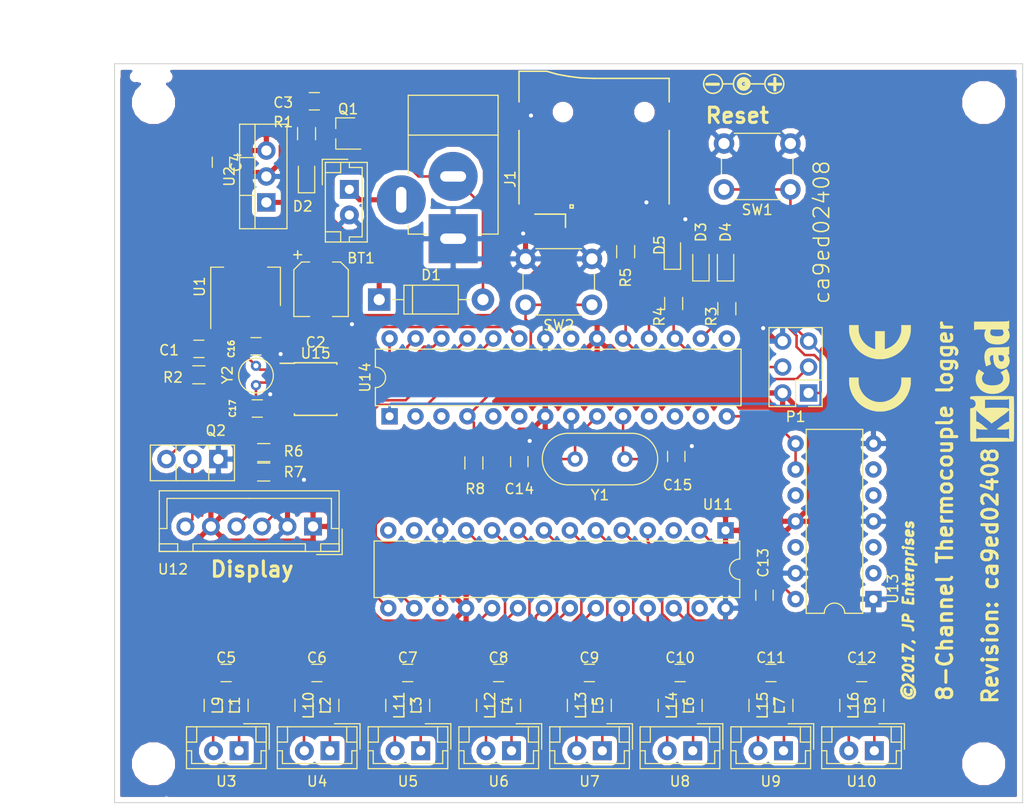
<source format=kicad_pcb>
(kicad_pcb (version 20170123) (host pcbnew "(2017-07-16 revision e797af3)-master")
  (title_block (title "8-Channel Thermocouple datalogger") (date 2017-07-29) (rev ca9ed02408) (company "JP Enterprises"))
  (layers (0 F.Cu signal) (31 B.Cu signal) (34 B.Paste user) (35 F.Paste user) (36 B.SilkS user) (37 F.SilkS user) (38 B.Mask user) (39 F.Mask user) (44 Edge.Cuts user))
  (net 0 "")
  (net 1 GND)
  (net 2 "Net-(BT1-Pad1)")
  (net 3 "Net-(BT2-Pad1)")
  (net 4 5V0)
  (net 5 3V3)
  (net 6 9V0)
  (net 7 "/Thermocouple connectors/SB1")
  (net 8 "/Thermocouple connectors/SA1")
  (net 9 "/Thermocouple connectors/SA2")
  (net 10 "/Thermocouple connectors/SB2")
  (net 11 "/Thermocouple connectors/SB3")
  (net 12 "/Thermocouple connectors/SA3")
  (net 13 "/Thermocouple connectors/SA4")
  (net 14 "/Thermocouple connectors/SB4")
  (net 15 "/Thermocouple connectors/SB5")
  (net 16 "/Thermocouple connectors/SA5")
  (net 17 "/Thermocouple connectors/SA6")
  (net 18 "/Thermocouple connectors/SB6")
  (net 19 "/Thermocouple connectors/SB7")
  (net 20 "/Thermocouple connectors/SA7")
  (net 21 "/Thermocouple connectors/SA8")
  (net 22 "/Thermocouple connectors/SB8")
  (net 23 DB_MUX)
  (net 24 "Net-(C14-Pad2)")
  (net 25 "Net-(C15-Pad2)")
  (net 26 "Net-(C16-Pad1)")
  (net 27 "Net-(C17-Pad1)")
  (net 28 "Net-(D1-Pad2)")
  (net 29 "Net-(D2-Pad2)")
  (net 30 "Net-(D3-Pad1)")
  (net 31 "Net-(D4-Pad1)")
  (net 32 "Net-(D5-Pad1)")
  (net 33 "Net-(L1-Pad2)")
  (net 34 "Net-(L2-Pad2)")
  (net 35 "Net-(L3-Pad2)")
  (net 36 "Net-(L4-Pad2)")
  (net 37 "Net-(L5-Pad2)")
  (net 38 "Net-(L6-Pad2)")
  (net 39 "Net-(L7-Pad2)")
  (net 40 "Net-(L8-Pad2)")
  (net 41 "Net-(L9-Pad1)")
  (net 42 "Net-(L10-Pad1)")
  (net 43 "Net-(L11-Pad1)")
  (net 44 "Net-(L12-Pad1)")
  (net 45 "Net-(L13-Pad1)")
  (net 46 "Net-(L14-Pad1)")
  (net 47 "Net-(L15-Pad1)")
  (net 48 "Net-(L16-Pad1)")
  (net 49 RESET)
  (net 50 MOSI)
  (net 51 SCK)
  (net 52 MISO)
  (net 53 SCL)
  (net 54 SDA)
  (net 55 "Net-(Q2-Pad3)")
  (net 56 "Net-(Q2-Pad2)")
  (net 57 B_LIGHT)
  (net 58 SS)
  (net 59 "Net-(R8-Pad2)")
  (net 60 SLCT0)
  (net 61 SLCT1)
  (net 62 SLCT2)
  (net 63 TEMP)
  (net 64 "Net-(U13-Pad6)")
  (net 65 "Net-(U13-Pad12)")
  (net 66 "Net-(U13-Pad5)")
  (net 67 "Net-(U13-Pad10)")
  (net 68 "Net-(U13-Pad3)")
  (net 69 "Net-(U13-Pad2)")
  (net 70 "Net-(U14-Pad15)")
  (net 71 "Net-(U14-Pad2)")
  (net 72 "Net-(U14-Pad3)")
  (net 73 "Net-(U14-Pad5)")
  (net 74 "Net-(U14-Pad6)")
  (net 75 "Net-(U14-Pad21)")
  (net 76 "Net-(U14-Pad11)")
  (net 77 "Net-(U14-Pad12)")
  (net 78 "Net-(U14-Pad13)")
  (net 79 "Net-(U15-Pad7)")
  (net 80 "Net-(XS1-Pad1)")
  (net 81 "Net-(XS1-Pad8)")
  (net 82 "Net-(XS1-Pad9)")
  (module Mounting_Holes:MountingHole_3.2mm_M3 (layer F.Cu) (at 97.79 76.2)
    (fp_text reference REF** hide)
    (fp_text value MountingHole_3.2mm_M3)
    (pad 1 np_thru_hole circle (at 0 0) (size 3.2 3.2) (drill 3.2) (layers *.Cu *.Mask))
  )
  (module jp_personal:ca9ed02408 (layer F.Cu) (at 173.125 88.67)
    (fp_text reference QR***** hide)
    (fp_text value ca9ed02408 (at -9.93 0.23 90) (layer F.SilkS))
    (pad 1 smd rect (at 7.5 8) (size 0.5 0.5) (layers F.Cu F.Mask))
    (pad 1 smd rect (at 7 8) (size 0.5 0.5) (layers F.Cu F.Mask))
    (pad 1 smd rect (at 6.5 8) (size 0.5 0.5) (layers F.Cu F.Mask))
    (pad 1 smd rect (at 5 8) (size 0.5 0.5) (layers F.Cu F.Mask))
    (pad 1 smd rect (at 3.5 8) (size 0.5 0.5) (layers F.Cu F.Mask))
    (pad 1 smd rect (at 3 8) (size 0.5 0.5) (layers F.Cu F.Mask))
    (pad 1 smd rect (at 2.5 8) (size 0.5 0.5) (layers F.Cu F.Mask))
    (pad 1 smd rect (at 1.5 8) (size 0.5 0.5) (layers F.Cu F.Mask))
    (pad 1 smd rect (at -4 8) (size 0.5 0.5) (layers F.Cu F.Mask))
    (pad 1 smd rect (at -5 8) (size 0.5 0.5) (layers F.Cu F.Mask))
    (pad 1 smd rect (at -5.5 8) (size 0.5 0.5) (layers F.Cu F.Mask))
    (pad 1 smd rect (at -6 8) (size 0.5 0.5) (layers F.Cu F.Mask))
    (pad 1 smd rect (at -6.5 8) (size 0.5 0.5) (layers F.Cu F.Mask))
    (pad 1 smd rect (at -7 8) (size 0.5 0.5) (layers F.Cu F.Mask))
    (pad 1 smd rect (at -7.5 8) (size 0.5 0.5) (layers F.Cu F.Mask))
    (pad 1 smd rect (at -8 8) (size 0.5 0.5) (layers F.Cu F.Mask))
    (pad 1 smd rect (at 7 7.5) (size 0.5 0.5) (layers F.Cu F.Mask))
    (pad 1 smd rect (at 5.5 7.5) (size 0.5 0.5) (layers F.Cu F.Mask))
    (pad 1 smd rect (at 5 7.5) (size 0.5 0.5) (layers F.Cu F.Mask))
    (pad 1 smd rect (at 4.5 7.5) (size 0.5 0.5) (layers F.Cu F.Mask))
    (pad 1 smd rect (at 4 7.5) (size 0.5 0.5) (layers F.Cu F.Mask))
    (pad 1 smd rect (at 2 7.5) (size 0.5 0.5) (layers F.Cu F.Mask))
    (pad 1 smd rect (at 1.5 7.5) (size 0.5 0.5) (layers F.Cu F.Mask))
    (pad 1 smd rect (at 1 7.5) (size 0.5 0.5) (layers F.Cu F.Mask))
    (pad 1 smd rect (at 0.5 7.5) (size 0.5 0.5) (layers F.Cu F.Mask))
    (pad 1 smd rect (at 0 7.5) (size 0.5 0.5) (layers F.Cu F.Mask))
    (pad 1 smd rect (at -2 7.5) (size 0.5 0.5) (layers F.Cu F.Mask))
    (pad 1 smd rect (at -2.5 7.5) (size 0.5 0.5) (layers F.Cu F.Mask))
    (pad 1 smd rect (at -3 7.5) (size 0.5 0.5) (layers F.Cu F.Mask))
    (pad 1 smd rect (at -3.5 7.5) (size 0.5 0.5) (layers F.Cu F.Mask))
    (pad 1 smd rect (at -5 7.5) (size 0.5 0.5) (layers F.Cu F.Mask))
    (pad 1 smd rect (at -8 7.5) (size 0.5 0.5) (layers F.Cu F.Mask))
    (pad 1 smd rect (at 7 7) (size 0.5 0.5) (layers F.Cu F.Mask))
    (pad 1 smd rect (at 6.5 7) (size 0.5 0.5) (layers F.Cu F.Mask))
    (pad 1 smd rect (at 5.5 7) (size 0.5 0.5) (layers F.Cu F.Mask))
    (pad 1 smd rect (at 5 7) (size 0.5 0.5) (layers F.Cu F.Mask))
    (pad 1 smd rect (at 4.5 7) (size 0.5 0.5) (layers F.Cu F.Mask))
    (pad 1 smd rect (at 3 7) (size 0.5 0.5) (layers F.Cu F.Mask))
    (pad 1 smd rect (at 1.5 7) (size 0.5 0.5) (layers F.Cu F.Mask))
    (pad 1 smd rect (at 0.5 7) (size 0.5 0.5) (layers F.Cu F.Mask))
    (pad 1 smd rect (at -1 7) (size 0.5 0.5) (layers F.Cu F.Mask))
    (pad 1 smd rect (at -1.5 7) (size 0.5 0.5) (layers F.Cu F.Mask))
    (pad 1 smd rect (at -3.5 7) (size 0.5 0.5) (layers F.Cu F.Mask))
    (pad 1 smd rect (at -4 7) (size 0.5 0.5) (layers F.Cu F.Mask))
    (pad 1 smd rect (at -5 7) (size 0.5 0.5) (layers F.Cu F.Mask))
    (pad 1 smd rect (at -6 7) (size 0.5 0.5) (layers F.Cu F.Mask))
    (pad 1 smd rect (at -6.5 7) (size 0.5 0.5) (layers F.Cu F.Mask))
    (pad 1 smd rect (at -7 7) (size 0.5 0.5) (layers F.Cu F.Mask))
    (pad 1 smd rect (at -8 7) (size 0.5 0.5) (layers F.Cu F.Mask))
    (pad 1 smd rect (at 7 6.5) (size 0.5 0.5) (layers F.Cu F.Mask))
    (pad 1 smd rect (at 6 6.5) (size 0.5 0.5) (layers F.Cu F.Mask))
    (pad 1 smd rect (at 4 6.5) (size 0.5 0.5) (layers F.Cu F.Mask))
    (pad 1 smd rect (at 3 6.5) (size 0.5 0.5) (layers F.Cu F.Mask))
    (pad 1 smd rect (at 2 6.5) (size 0.5 0.5) (layers F.Cu F.Mask))
    (pad 1 smd rect (at 0.5 6.5) (size 0.5 0.5) (layers F.Cu F.Mask))
    (pad 1 smd rect (at 0 6.5) (size 0.5 0.5) (layers F.Cu F.Mask))
    (pad 1 smd rect (at -0.5 6.5) (size 0.5 0.5) (layers F.Cu F.Mask))
    (pad 1 smd rect (at -1 6.5) (size 0.5 0.5) (layers F.Cu F.Mask))
    (pad 1 smd rect (at -2.5 6.5) (size 0.5 0.5) (layers F.Cu F.Mask))
    (pad 1 smd rect (at -3.5 6.5) (size 0.5 0.5) (layers F.Cu F.Mask))
    (pad 1 smd rect (at -4 6.5) (size 0.5 0.5) (layers F.Cu F.Mask))
    (pad 1 smd rect (at -5 6.5) (size 0.5 0.5) (layers F.Cu F.Mask))
    (pad 1 smd rect (at -6 6.5) (size 0.5 0.5) (layers F.Cu F.Mask))
    (pad 1 smd rect (at -6.5 6.5) (size 0.5 0.5) (layers F.Cu F.Mask))
    (pad 1 smd rect (at -7 6.5) (size 0.5 0.5) (layers F.Cu F.Mask))
    (pad 1 smd rect (at -8 6.5) (size 0.5 0.5) (layers F.Cu F.Mask))
    (pad 1 smd rect (at 8 6) (size 0.5 0.5) (layers F.Cu F.Mask))
    (pad 1 smd rect (at 7.5 6) (size 0.5 0.5) (layers F.Cu F.Mask))
    (pad 1 smd rect (at 6 6) (size 0.5 0.5) (layers F.Cu F.Mask))
    (pad 1 smd rect (at 5.5 6) (size 0.5 0.5) (layers F.Cu F.Mask))
    (pad 1 smd rect (at 5 6) (size 0.5 0.5) (layers F.Cu F.Mask))
    (pad 1 smd rect (at 4.5 6) (size 0.5 0.5) (layers F.Cu F.Mask))
    (pad 1 smd rect (at 4 6) (size 0.5 0.5) (layers F.Cu F.Mask))
    (pad 1 smd rect (at 2.5 6) (size 0.5 0.5) (layers F.Cu F.Mask))
    (pad 1 smd rect (at 1 6) (size 0.5 0.5) (layers F.Cu F.Mask))
    (pad 1 smd rect (at -0.5 6) (size 0.5 0.5) (layers F.Cu F.Mask))
    (pad 1 smd rect (at -1 6) (size 0.5 0.5) (layers F.Cu F.Mask))
    (pad 1 smd rect (at -1.5 6) (size 0.5 0.5) (layers F.Cu F.Mask))
    (pad 1 smd rect (at -3.5 6) (size 0.5 0.5) (layers F.Cu F.Mask))
    (pad 1 smd rect (at -4 6) (size 0.5 0.5) (layers F.Cu F.Mask))
    (pad 1 smd rect (at -5 6) (size 0.5 0.5) (layers F.Cu F.Mask))
    (pad 1 smd rect (at -6 6) (size 0.5 0.5) (layers F.Cu F.Mask))
    (pad 1 smd rect (at -6.5 6) (size 0.5 0.5) (layers F.Cu F.Mask))
    (pad 1 smd rect (at -7 6) (size 0.5 0.5) (layers F.Cu F.Mask))
    (pad 1 smd rect (at -8 6) (size 0.5 0.5) (layers F.Cu F.Mask))
    (pad 1 smd rect (at 8 5.5) (size 0.5 0.5) (layers F.Cu F.Mask))
    (pad 1 smd rect (at 7 5.5) (size 0.5 0.5) (layers F.Cu F.Mask))
    (pad 1 smd rect (at 6.5 5.5) (size 0.5 0.5) (layers F.Cu F.Mask))
    (pad 1 smd rect (at 6 5.5) (size 0.5 0.5) (layers F.Cu F.Mask))
    (pad 1 smd rect (at 4 5.5) (size 0.5 0.5) (layers F.Cu F.Mask))
    (pad 1 smd rect (at 3 5.5) (size 0.5 0.5) (layers F.Cu F.Mask))
    (pad 1 smd rect (at 2.5 5.5) (size 0.5 0.5) (layers F.Cu F.Mask))
    (pad 1 smd rect (at -0.5 5.5) (size 0.5 0.5) (layers F.Cu F.Mask))
    (pad 1 smd rect (at -1 5.5) (size 0.5 0.5) (layers F.Cu F.Mask))
    (pad 1 smd rect (at -1.5 5.5) (size 0.5 0.5) (layers F.Cu F.Mask))
    (pad 1 smd rect (at -2 5.5) (size 0.5 0.5) (layers F.Cu F.Mask))
    (pad 1 smd rect (at -4 5.5) (size 0.5 0.5) (layers F.Cu F.Mask))
    (pad 1 smd rect (at -5 5.5) (size 0.5 0.5) (layers F.Cu F.Mask))
    (pad 1 smd rect (at -8 5.5) (size 0.5 0.5) (layers F.Cu F.Mask))
    (pad 1 smd rect (at 8 5) (size 0.5 0.5) (layers F.Cu F.Mask))
    (pad 1 smd rect (at 7.5 5) (size 0.5 0.5) (layers F.Cu F.Mask))
    (pad 1 smd rect (at 7 5) (size 0.5 0.5) (layers F.Cu F.Mask))
    (pad 1 smd rect (at 6.5 5) (size 0.5 0.5) (layers F.Cu F.Mask))
    (pad 1 smd rect (at 6 5) (size 0.5 0.5) (layers F.Cu F.Mask))
    (pad 1 smd rect (at 5 5) (size 0.5 0.5) (layers F.Cu F.Mask))
    (pad 1 smd rect (at 4 5) (size 0.5 0.5) (layers F.Cu F.Mask))
    (pad 1 smd rect (at 2.5 5) (size 0.5 0.5) (layers F.Cu F.Mask))
    (pad 1 smd rect (at 2 5) (size 0.5 0.5) (layers F.Cu F.Mask))
    (pad 1 smd rect (at 1 5) (size 0.5 0.5) (layers F.Cu F.Mask))
    (pad 1 smd rect (at 0 5) (size 0.5 0.5) (layers F.Cu F.Mask))
    (pad 1 smd rect (at -0.5 5) (size 0.5 0.5) (layers F.Cu F.Mask))
    (pad 1 smd rect (at -2 5) (size 0.5 0.5) (layers F.Cu F.Mask))
    (pad 1 smd rect (at -2.5 5) (size 0.5 0.5) (layers F.Cu F.Mask))
    (pad 1 smd rect (at -3.5 5) (size 0.5 0.5) (layers F.Cu F.Mask))
    (pad 1 smd rect (at -5 5) (size 0.5 0.5) (layers F.Cu F.Mask))
    (pad 1 smd rect (at -5.5 5) (size 0.5 0.5) (layers F.Cu F.Mask))
    (pad 1 smd rect (at -6 5) (size 0.5 0.5) (layers F.Cu F.Mask))
    (pad 1 smd rect (at -6.5 5) (size 0.5 0.5) (layers F.Cu F.Mask))
    (pad 1 smd rect (at -7 5) (size 0.5 0.5) (layers F.Cu F.Mask))
    (pad 1 smd rect (at -7.5 5) (size 0.5 0.5) (layers F.Cu F.Mask))
    (pad 1 smd rect (at -8 5) (size 0.5 0.5) (layers F.Cu F.Mask))
    (pad 1 smd rect (at 7 4.5) (size 0.5 0.5) (layers F.Cu F.Mask))
    (pad 1 smd rect (at 6.5 4.5) (size 0.5 0.5) (layers F.Cu F.Mask))
    (pad 1 smd rect (at 6 4.5) (size 0.5 0.5) (layers F.Cu F.Mask))
    (pad 1 smd rect (at 4 4.5) (size 0.5 0.5) (layers F.Cu F.Mask))
    (pad 1 smd rect (at 3 4.5) (size 0.5 0.5) (layers F.Cu F.Mask))
    (pad 1 smd rect (at 2.5 4.5) (size 0.5 0.5) (layers F.Cu F.Mask))
    (pad 1 smd rect (at -0.5 4.5) (size 0.5 0.5) (layers F.Cu F.Mask))
    (pad 1 smd rect (at -1.5 4.5) (size 0.5 0.5) (layers F.Cu F.Mask))
    (pad 1 smd rect (at -2 4.5) (size 0.5 0.5) (layers F.Cu F.Mask))
    (pad 1 smd rect (at -2.5 4.5) (size 0.5 0.5) (layers F.Cu F.Mask))
    (pad 1 smd rect (at -3.5 4.5) (size 0.5 0.5) (layers F.Cu F.Mask))
    (pad 1 smd rect (at -4 4.5) (size 0.5 0.5) (layers F.Cu F.Mask))
    (pad 1 smd rect (at 8 4) (size 0.5 0.5) (layers F.Cu F.Mask))
    (pad 1 smd rect (at 7 4) (size 0.5 0.5) (layers F.Cu F.Mask))
    (pad 1 smd rect (at 6 4) (size 0.5 0.5) (layers F.Cu F.Mask))
    (pad 1 smd rect (at 5.5 4) (size 0.5 0.5) (layers F.Cu F.Mask))
    (pad 1 smd rect (at 5 4) (size 0.5 0.5) (layers F.Cu F.Mask))
    (pad 1 smd rect (at 4.5 4) (size 0.5 0.5) (layers F.Cu F.Mask))
    (pad 1 smd rect (at 4 4) (size 0.5 0.5) (layers F.Cu F.Mask))
    (pad 1 smd rect (at 2.5 4) (size 0.5 0.5) (layers F.Cu F.Mask))
    (pad 1 smd rect (at 2 4) (size 0.5 0.5) (layers F.Cu F.Mask))
    (pad 1 smd rect (at 1 4) (size 0.5 0.5) (layers F.Cu F.Mask))
    (pad 1 smd rect (at 0 4) (size 0.5 0.5) (layers F.Cu F.Mask))
    (pad 1 smd rect (at -0.5 4) (size 0.5 0.5) (layers F.Cu F.Mask))
    (pad 1 smd rect (at -2 4) (size 0.5 0.5) (layers F.Cu F.Mask))
    (pad 1 smd rect (at -2.5 4) (size 0.5 0.5) (layers F.Cu F.Mask))
    (pad 1 smd rect (at -3.5 4) (size 0.5 0.5) (layers F.Cu F.Mask))
    (pad 1 smd rect (at -4 4) (size 0.5 0.5) (layers F.Cu F.Mask))
    (pad 1 smd rect (at -5 4) (size 0.5 0.5) (layers F.Cu F.Mask))
    (pad 1 smd rect (at -7 4) (size 0.5 0.5) (layers F.Cu F.Mask))
    (pad 1 smd rect (at -8 4) (size 0.5 0.5) (layers F.Cu F.Mask))
    (pad 1 smd rect (at 8 3.5) (size 0.5 0.5) (layers F.Cu F.Mask))
    (pad 1 smd rect (at 6.5 3.5) (size 0.5 0.5) (layers F.Cu F.Mask))
    (pad 1 smd rect (at 6 3.5) (size 0.5 0.5) (layers F.Cu F.Mask))
    (pad 1 smd rect (at 4 3.5) (size 0.5 0.5) (layers F.Cu F.Mask))
    (pad 1 smd rect (at 3 3.5) (size 0.5 0.5) (layers F.Cu F.Mask))
    (pad 1 smd rect (at 2.5 3.5) (size 0.5 0.5) (layers F.Cu F.Mask))
    (pad 1 smd rect (at -0.5 3.5) (size 0.5 0.5) (layers F.Cu F.Mask))
    (pad 1 smd rect (at -1 3.5) (size 0.5 0.5) (layers F.Cu F.Mask))
    (pad 1 smd rect (at -2 3.5) (size 0.5 0.5) (layers F.Cu F.Mask))
    (pad 1 smd rect (at -2.5 3.5) (size 0.5 0.5) (layers F.Cu F.Mask))
    (pad 1 smd rect (at -3.5 3.5) (size 0.5 0.5) (layers F.Cu F.Mask))
    (pad 1 smd rect (at -5.5 3.5) (size 0.5 0.5) (layers F.Cu F.Mask))
    (pad 1 smd rect (at -6 3.5) (size 0.5 0.5) (layers F.Cu F.Mask))
    (pad 1 smd rect (at -7 3.5) (size 0.5 0.5) (layers F.Cu F.Mask))
    (pad 1 smd rect (at -8 3.5) (size 0.5 0.5) (layers F.Cu F.Mask))
    (pad 1 smd rect (at 7.5 3) (size 0.5 0.5) (layers F.Cu F.Mask))
    (pad 1 smd rect (at 6 3) (size 0.5 0.5) (layers F.Cu F.Mask))
    (pad 1 smd rect (at 5.5 3) (size 0.5 0.5) (layers F.Cu F.Mask))
    (pad 1 smd rect (at 2.5 3) (size 0.5 0.5) (layers F.Cu F.Mask))
    (pad 1 smd rect (at 2 3) (size 0.5 0.5) (layers F.Cu F.Mask))
    (pad 1 smd rect (at 1 3) (size 0.5 0.5) (layers F.Cu F.Mask))
    (pad 1 smd rect (at 0 3) (size 0.5 0.5) (layers F.Cu F.Mask))
    (pad 1 smd rect (at -0.5 3) (size 0.5 0.5) (layers F.Cu F.Mask))
    (pad 1 smd rect (at -1 3) (size 0.5 0.5) (layers F.Cu F.Mask))
    (pad 1 smd rect (at -1.5 3) (size 0.5 0.5) (layers F.Cu F.Mask))
    (pad 1 smd rect (at -2 3) (size 0.5 0.5) (layers F.Cu F.Mask))
    (pad 1 smd rect (at -2.5 3) (size 0.5 0.5) (layers F.Cu F.Mask))
    (pad 1 smd rect (at -3.5 3) (size 0.5 0.5) (layers F.Cu F.Mask))
    (pad 1 smd rect (at -4.5 3) (size 0.5 0.5) (layers F.Cu F.Mask))
    (pad 1 smd rect (at -5 3) (size 0.5 0.5) (layers F.Cu F.Mask))
    (pad 1 smd rect (at -6 3) (size 0.5 0.5) (layers F.Cu F.Mask))
    (pad 1 smd rect (at -7 3) (size 0.5 0.5) (layers F.Cu F.Mask))
    (pad 1 smd rect (at -8 3) (size 0.5 0.5) (layers F.Cu F.Mask))
    (pad 1 smd rect (at 8 2.5) (size 0.5 0.5) (layers F.Cu F.Mask))
    (pad 1 smd rect (at 6.5 2.5) (size 0.5 0.5) (layers F.Cu F.Mask))
    (pad 1 smd rect (at 6 2.5) (size 0.5 0.5) (layers F.Cu F.Mask))
    (pad 1 smd rect (at 4.5 2.5) (size 0.5 0.5) (layers F.Cu F.Mask))
    (pad 1 smd rect (at 4 2.5) (size 0.5 0.5) (layers F.Cu F.Mask))
    (pad 1 smd rect (at 2.5 2.5) (size 0.5 0.5) (layers F.Cu F.Mask))
    (pad 1 smd rect (at 1 2.5) (size 0.5 0.5) (layers F.Cu F.Mask))
    (pad 1 smd rect (at -0.5 2.5) (size 0.5 0.5) (layers F.Cu F.Mask))
    (pad 1 smd rect (at -1.5 2.5) (size 0.5 0.5) (layers F.Cu F.Mask))
    (pad 1 smd rect (at -2 2.5) (size 0.5 0.5) (layers F.Cu F.Mask))
    (pad 1 smd rect (at -3.5 2.5) (size 0.5 0.5) (layers F.Cu F.Mask))
    (pad 1 smd rect (at -4 2.5) (size 0.5 0.5) (layers F.Cu F.Mask))
    (pad 1 smd rect (at -4.5 2.5) (size 0.5 0.5) (layers F.Cu F.Mask))
    (pad 1 smd rect (at -6 2.5) (size 0.5 0.5) (layers F.Cu F.Mask))
    (pad 1 smd rect (at -7 2.5) (size 0.5 0.5) (layers F.Cu F.Mask))
    (pad 1 smd rect (at -8 2.5) (size 0.5 0.5) (layers F.Cu F.Mask))
    (pad 1 smd rect (at 5.5 2) (size 0.5 0.5) (layers F.Cu F.Mask))
    (pad 1 smd rect (at 3.5 2) (size 0.5 0.5) (layers F.Cu F.Mask))
    (pad 1 smd rect (at 3 2) (size 0.5 0.5) (layers F.Cu F.Mask))
    (pad 1 smd rect (at 2.5 2) (size 0.5 0.5) (layers F.Cu F.Mask))
    (pad 1 smd rect (at 2 2) (size 0.5 0.5) (layers F.Cu F.Mask))
    (pad 1 smd rect (at 1.5 2) (size 0.5 0.5) (layers F.Cu F.Mask))
    (pad 1 smd rect (at 0 2) (size 0.5 0.5) (layers F.Cu F.Mask))
    (pad 1 smd rect (at -2 2) (size 0.5 0.5) (layers F.Cu F.Mask))
    (pad 1 smd rect (at -2.5 2) (size 0.5 0.5) (layers F.Cu F.Mask))
    (pad 1 smd rect (at -3.5 2) (size 0.5 0.5) (layers F.Cu F.Mask))
    (pad 1 smd rect (at -5 2) (size 0.5 0.5) (layers F.Cu F.Mask))
    (pad 1 smd rect (at -5.5 2) (size 0.5 0.5) (layers F.Cu F.Mask))
    (pad 1 smd rect (at -6 2) (size 0.5 0.5) (layers F.Cu F.Mask))
    (pad 1 smd rect (at -8 2) (size 0.5 0.5) (layers F.Cu F.Mask))
    (pad 1 smd rect (at 7.5 1.5) (size 0.5 0.5) (layers F.Cu F.Mask))
    (pad 1 smd rect (at 7 1.5) (size 0.5 0.5) (layers F.Cu F.Mask))
    (pad 1 smd rect (at 6.5 1.5) (size 0.5 0.5) (layers F.Cu F.Mask))
    (pad 1 smd rect (at 5.5 1.5) (size 0.5 0.5) (layers F.Cu F.Mask))
    (pad 1 smd rect (at 4.5 1.5) (size 0.5 0.5) (layers F.Cu F.Mask))
    (pad 1 smd rect (at 3.5 1.5) (size 0.5 0.5) (layers F.Cu F.Mask))
    (pad 1 smd rect (at 2 1.5) (size 0.5 0.5) (layers F.Cu F.Mask))
    (pad 1 smd rect (at 1.5 1.5) (size 0.5 0.5) (layers F.Cu F.Mask))
    (pad 1 smd rect (at 1 1.5) (size 0.5 0.5) (layers F.Cu F.Mask))
    (pad 1 smd rect (at 0.5 1.5) (size 0.5 0.5) (layers F.Cu F.Mask))
    (pad 1 smd rect (at 0 1.5) (size 0.5 0.5) (layers F.Cu F.Mask))
    (pad 1 smd rect (at -1.5 1.5) (size 0.5 0.5) (layers F.Cu F.Mask))
    (pad 1 smd rect (at -2 1.5) (size 0.5 0.5) (layers F.Cu F.Mask))
    (pad 1 smd rect (at -3 1.5) (size 0.5 0.5) (layers F.Cu F.Mask))
    (pad 1 smd rect (at -3.5 1.5) (size 0.5 0.5) (layers F.Cu F.Mask))
    (pad 1 smd rect (at -6.5 1.5) (size 0.5 0.5) (layers F.Cu F.Mask))
    (pad 1 smd rect (at 7 1) (size 0.5 0.5) (layers F.Cu F.Mask))
    (pad 1 smd rect (at 6.5 1) (size 0.5 0.5) (layers F.Cu F.Mask))
    (pad 1 smd rect (at 5.5 1) (size 0.5 0.5) (layers F.Cu F.Mask))
    (pad 1 smd rect (at 4 1) (size 0.5 0.5) (layers F.Cu F.Mask))
    (pad 1 smd rect (at 3.5 1) (size 0.5 0.5) (layers F.Cu F.Mask))
    (pad 1 smd rect (at 3 1) (size 0.5 0.5) (layers F.Cu F.Mask))
    (pad 1 smd rect (at 1.5 1) (size 0.5 0.5) (layers F.Cu F.Mask))
    (pad 1 smd rect (at 0.5 1) (size 0.5 0.5) (layers F.Cu F.Mask))
    (pad 1 smd rect (at -1.5 1) (size 0.5 0.5) (layers F.Cu F.Mask))
    (pad 1 smd rect (at -2 1) (size 0.5 0.5) (layers F.Cu F.Mask))
    (pad 1 smd rect (at -3 1) (size 0.5 0.5) (layers F.Cu F.Mask))
    (pad 1 smd rect (at -3.5 1) (size 0.5 0.5) (layers F.Cu F.Mask))
    (pad 1 smd rect (at -4 1) (size 0.5 0.5) (layers F.Cu F.Mask))
    (pad 1 smd rect (at -5 1) (size 0.5 0.5) (layers F.Cu F.Mask))
    (pad 1 smd rect (at -5.5 1) (size 0.5 0.5) (layers F.Cu F.Mask))
    (pad 1 smd rect (at -6 1) (size 0.5 0.5) (layers F.Cu F.Mask))
    (pad 1 smd rect (at -8 1) (size 0.5 0.5) (layers F.Cu F.Mask))
    (pad 1 smd rect (at 7.5 0.5) (size 0.5 0.5) (layers F.Cu F.Mask))
    (pad 1 smd rect (at 5.5 0.5) (size 0.5 0.5) (layers F.Cu F.Mask))
    (pad 1 smd rect (at 5 0.5) (size 0.5 0.5) (layers F.Cu F.Mask))
    (pad 1 smd rect (at 4.5 0.5) (size 0.5 0.5) (layers F.Cu F.Mask))
    (pad 1 smd rect (at 2 0.5) (size 0.5 0.5) (layers F.Cu F.Mask))
    (pad 1 smd rect (at 1 0.5) (size 0.5 0.5) (layers F.Cu F.Mask))
    (pad 1 smd rect (at 0.5 0.5) (size 0.5 0.5) (layers F.Cu F.Mask))
    (pad 1 smd rect (at 0 0.5) (size 0.5 0.5) (layers F.Cu F.Mask))
    (pad 1 smd rect (at -0.5 0.5) (size 0.5 0.5) (layers F.Cu F.Mask))
    (pad 1 smd rect (at -1.5 0.5) (size 0.5 0.5) (layers F.Cu F.Mask))
    (pad 1 smd rect (at -3.5 0.5) (size 0.5 0.5) (layers F.Cu F.Mask))
    (pad 1 smd rect (at -4 0.5) (size 0.5 0.5) (layers F.Cu F.Mask))
    (pad 1 smd rect (at -5.5 0.5) (size 0.5 0.5) (layers F.Cu F.Mask))
    (pad 1 smd rect (at -6 0.5) (size 0.5 0.5) (layers F.Cu F.Mask))
    (pad 1 smd rect (at -6.5 0.5) (size 0.5 0.5) (layers F.Cu F.Mask))
    (pad 1 smd rect (at -8 0.5) (size 0.5 0.5) (layers F.Cu F.Mask))
    (pad 1 smd rect (at 7 0) (size 0.5 0.5) (layers F.Cu F.Mask))
    (pad 1 smd rect (at 6.5 0) (size 0.5 0.5) (layers F.Cu F.Mask))
    (pad 1 smd rect (at 6 0) (size 0.5 0.5) (layers F.Cu F.Mask))
    (pad 1 smd rect (at 4 0) (size 0.5 0.5) (layers F.Cu F.Mask))
    (pad 1 smd rect (at 3.5 0) (size 0.5 0.5) (layers F.Cu F.Mask))
    (pad 1 smd rect (at 3 0) (size 0.5 0.5) (layers F.Cu F.Mask))
    (pad 1 smd rect (at 2.5 0) (size 0.5 0.5) (layers F.Cu F.Mask))
    (pad 1 smd rect (at 1.5 0) (size 0.5 0.5) (layers F.Cu F.Mask))
    (pad 1 smd rect (at -1.5 0) (size 0.5 0.5) (layers F.Cu F.Mask))
    (pad 1 smd rect (at -2 0) (size 0.5 0.5) (layers F.Cu F.Mask))
    (pad 1 smd rect (at -3.5 0) (size 0.5 0.5) (layers F.Cu F.Mask))
    (pad 1 smd rect (at -4.5 0) (size 0.5 0.5) (layers F.Cu F.Mask))
    (pad 1 smd rect (at -5 0) (size 0.5 0.5) (layers F.Cu F.Mask))
    (pad 1 smd rect (at -6 0) (size 0.5 0.5) (layers F.Cu F.Mask))
    (pad 1 smd rect (at -6.5 0) (size 0.5 0.5) (layers F.Cu F.Mask))
    (pad 1 smd rect (at -8 0) (size 0.5 0.5) (layers F.Cu F.Mask))
    (pad 1 smd rect (at 8 -0.5) (size 0.5 0.5) (layers F.Cu F.Mask))
    (pad 1 smd rect (at 7.5 -0.5) (size 0.5 0.5) (layers F.Cu F.Mask))
    (pad 1 smd rect (at 7 -0.5) (size 0.5 0.5) (layers F.Cu F.Mask))
    (pad 1 smd rect (at 5.5 -0.5) (size 0.5 0.5) (layers F.Cu F.Mask))
    (pad 1 smd rect (at 3.5 -0.5) (size 0.5 0.5) (layers F.Cu F.Mask))
    (pad 1 smd rect (at 2 -0.5) (size 0.5 0.5) (layers F.Cu F.Mask))
    (pad 1 smd rect (at 1.5 -0.5) (size 0.5 0.5) (layers F.Cu F.Mask))
    (pad 1 smd rect (at 1 -0.5) (size 0.5 0.5) (layers F.Cu F.Mask))
    (pad 1 smd rect (at 0.5 -0.5) (size 0.5 0.5) (layers F.Cu F.Mask))
    (pad 1 smd rect (at 0 -0.5) (size 0.5 0.5) (layers F.Cu F.Mask))
    (pad 1 smd rect (at -1 -0.5) (size 0.5 0.5) (layers F.Cu F.Mask))
    (pad 1 smd rect (at -2.5 -0.5) (size 0.5 0.5) (layers F.Cu F.Mask))
    (pad 1 smd rect (at -3 -0.5) (size 0.5 0.5) (layers F.Cu F.Mask))
    (pad 1 smd rect (at -3.5 -0.5) (size 0.5 0.5) (layers F.Cu F.Mask))
    (pad 1 smd rect (at -4 -0.5) (size 0.5 0.5) (layers F.Cu F.Mask))
    (pad 1 smd rect (at -6 -0.5) (size 0.5 0.5) (layers F.Cu F.Mask))
    (pad 1 smd rect (at -6.5 -0.5) (size 0.5 0.5) (layers F.Cu F.Mask))
    (pad 1 smd rect (at -7 -0.5) (size 0.5 0.5) (layers F.Cu F.Mask))
    (pad 1 smd rect (at -7.5 -0.5) (size 0.5 0.5) (layers F.Cu F.Mask))
    (pad 1 smd rect (at -8 -0.5) (size 0.5 0.5) (layers F.Cu F.Mask))
    (pad 1 smd rect (at 7.5 -1) (size 0.5 0.5) (layers F.Cu F.Mask))
    (pad 1 smd rect (at 7 -1) (size 0.5 0.5) (layers F.Cu F.Mask))
    (pad 1 smd rect (at 6.5 -1) (size 0.5 0.5) (layers F.Cu F.Mask))
    (pad 1 smd rect (at 4.5 -1) (size 0.5 0.5) (layers F.Cu F.Mask))
    (pad 1 smd rect (at 4 -1) (size 0.5 0.5) (layers F.Cu F.Mask))
    (pad 1 smd rect (at 3.5 -1) (size 0.5 0.5) (layers F.Cu F.Mask))
    (pad 1 smd rect (at 3 -1) (size 0.5 0.5) (layers F.Cu F.Mask))
    (pad 1 smd rect (at 1.5 -1) (size 0.5 0.5) (layers F.Cu F.Mask))
    (pad 1 smd rect (at 0.5 -1) (size 0.5 0.5) (layers F.Cu F.Mask))
    (pad 1 smd rect (at -1 -1) (size 0.5 0.5) (layers F.Cu F.Mask))
    (pad 1 smd rect (at -2 -1) (size 0.5 0.5) (layers F.Cu F.Mask))
    (pad 1 smd rect (at -3 -1) (size 0.5 0.5) (layers F.Cu F.Mask))
    (pad 1 smd rect (at -3.5 -1) (size 0.5 0.5) (layers F.Cu F.Mask))
    (pad 1 smd rect (at -4 -1) (size 0.5 0.5) (layers F.Cu F.Mask))
    (pad 1 smd rect (at -4.5 -1) (size 0.5 0.5) (layers F.Cu F.Mask))
    (pad 1 smd rect (at -5 -1) (size 0.5 0.5) (layers F.Cu F.Mask))
    (pad 1 smd rect (at -6.5 -1) (size 0.5 0.5) (layers F.Cu F.Mask))
    (pad 1 smd rect (at -7 -1) (size 0.5 0.5) (layers F.Cu F.Mask))
    (pad 1 smd rect (at -8 -1) (size 0.5 0.5) (layers F.Cu F.Mask))
    (pad 1 smd rect (at 8 -1.5) (size 0.5 0.5) (layers F.Cu F.Mask))
    (pad 1 smd rect (at 7 -1.5) (size 0.5 0.5) (layers F.Cu F.Mask))
    (pad 1 smd rect (at 5.5 -1.5) (size 0.5 0.5) (layers F.Cu F.Mask))
    (pad 1 smd rect (at 3 -1.5) (size 0.5 0.5) (layers F.Cu F.Mask))
    (pad 1 smd rect (at 2 -1.5) (size 0.5 0.5) (layers F.Cu F.Mask))
    (pad 1 smd rect (at 0.5 -1.5) (size 0.5 0.5) (layers F.Cu F.Mask))
    (pad 1 smd rect (at 0 -1.5) (size 0.5 0.5) (layers F.Cu F.Mask))
    (pad 1 smd rect (at -0.5 -1.5) (size 0.5 0.5) (layers F.Cu F.Mask))
    (pad 1 smd rect (at -1 -1.5) (size 0.5 0.5) (layers F.Cu F.Mask))
    (pad 1 smd rect (at -2 -1.5) (size 0.5 0.5) (layers F.Cu F.Mask))
    (pad 1 smd rect (at -2.5 -1.5) (size 0.5 0.5) (layers F.Cu F.Mask))
    (pad 1 smd rect (at -3 -1.5) (size 0.5 0.5) (layers F.Cu F.Mask))
    (pad 1 smd rect (at -3.5 -1.5) (size 0.5 0.5) (layers F.Cu F.Mask))
    (pad 1 smd rect (at -4.5 -1.5) (size 0.5 0.5) (layers F.Cu F.Mask))
    (pad 1 smd rect (at -6.5 -1.5) (size 0.5 0.5) (layers F.Cu F.Mask))
    (pad 1 smd rect (at -7.5 -1.5) (size 0.5 0.5) (layers F.Cu F.Mask))
    (pad 1 smd rect (at 8 -2) (size 0.5 0.5) (layers F.Cu F.Mask))
    (pad 1 smd rect (at 7.5 -2) (size 0.5 0.5) (layers F.Cu F.Mask))
    (pad 1 smd rect (at 6.5 -2) (size 0.5 0.5) (layers F.Cu F.Mask))
    (pad 1 smd rect (at 5 -2) (size 0.5 0.5) (layers F.Cu F.Mask))
    (pad 1 smd rect (at 4.5 -2) (size 0.5 0.5) (layers F.Cu F.Mask))
    (pad 1 smd rect (at 4 -2) (size 0.5 0.5) (layers F.Cu F.Mask))
    (pad 1 smd rect (at 2.5 -2) (size 0.5 0.5) (layers F.Cu F.Mask))
    (pad 1 smd rect (at 1 -2) (size 0.5 0.5) (layers F.Cu F.Mask))
    (pad 1 smd rect (at -0.5 -2) (size 0.5 0.5) (layers F.Cu F.Mask))
    (pad 1 smd rect (at -2.5 -2) (size 0.5 0.5) (layers F.Cu F.Mask))
    (pad 1 smd rect (at -3.5 -2) (size 0.5 0.5) (layers F.Cu F.Mask))
    (pad 1 smd rect (at -5 -2) (size 0.5 0.5) (layers F.Cu F.Mask))
    (pad 1 smd rect (at -5.5 -2) (size 0.5 0.5) (layers F.Cu F.Mask))
    (pad 1 smd rect (at -8 -2) (size 0.5 0.5) (layers F.Cu F.Mask))
    (pad 1 smd rect (at 8 -2.5) (size 0.5 0.5) (layers F.Cu F.Mask))
    (pad 1 smd rect (at 7 -2.5) (size 0.5 0.5) (layers F.Cu F.Mask))
    (pad 1 smd rect (at 5.5 -2.5) (size 0.5 0.5) (layers F.Cu F.Mask))
    (pad 1 smd rect (at 5 -2.5) (size 0.5 0.5) (layers F.Cu F.Mask))
    (pad 1 smd rect (at 4 -2.5) (size 0.5 0.5) (layers F.Cu F.Mask))
    (pad 1 smd rect (at 3 -2.5) (size 0.5 0.5) (layers F.Cu F.Mask))
    (pad 1 smd rect (at 2.5 -2.5) (size 0.5 0.5) (layers F.Cu F.Mask))
    (pad 1 smd rect (at -0.5 -2.5) (size 0.5 0.5) (layers F.Cu F.Mask))
    (pad 1 smd rect (at -1 -2.5) (size 0.5 0.5) (layers F.Cu F.Mask))
    (pad 1 smd rect (at -2.5 -2.5) (size 0.5 0.5) (layers F.Cu F.Mask))
    (pad 1 smd rect (at -3 -2.5) (size 0.5 0.5) (layers F.Cu F.Mask))
    (pad 1 smd rect (at -5.5 -2.5) (size 0.5 0.5) (layers F.Cu F.Mask))
    (pad 1 smd rect (at -6 -2.5) (size 0.5 0.5) (layers F.Cu F.Mask))
    (pad 1 smd rect (at -7 -2.5) (size 0.5 0.5) (layers F.Cu F.Mask))
    (pad 1 smd rect (at -8 -2.5) (size 0.5 0.5) (layers F.Cu F.Mask))
    (pad 1 smd rect (at 8 -3) (size 0.5 0.5) (layers F.Cu F.Mask))
    (pad 1 smd rect (at 7.5 -3) (size 0.5 0.5) (layers F.Cu F.Mask))
    (pad 1 smd rect (at 7 -3) (size 0.5 0.5) (layers F.Cu F.Mask))
    (pad 1 smd rect (at 6.5 -3) (size 0.5 0.5) (layers F.Cu F.Mask))
    (pad 1 smd rect (at 6 -3) (size 0.5 0.5) (layers F.Cu F.Mask))
    (pad 1 smd rect (at 5.5 -3) (size 0.5 0.5) (layers F.Cu F.Mask))
    (pad 1 smd rect (at 5 -3) (size 0.5 0.5) (layers F.Cu F.Mask))
    (pad 1 smd rect (at 4.5 -3) (size 0.5 0.5) (layers F.Cu F.Mask))
    (pad 1 smd rect (at 2.5 -3) (size 0.5 0.5) (layers F.Cu F.Mask))
    (pad 1 smd rect (at 2 -3) (size 0.5 0.5) (layers F.Cu F.Mask))
    (pad 1 smd rect (at 1 -3) (size 0.5 0.5) (layers F.Cu F.Mask))
    (pad 1 smd rect (at 0 -3) (size 0.5 0.5) (layers F.Cu F.Mask))
    (pad 1 smd rect (at -0.5 -3) (size 0.5 0.5) (layers F.Cu F.Mask))
    (pad 1 smd rect (at -3.5 -3) (size 0.5 0.5) (layers F.Cu F.Mask))
    (pad 1 smd rect (at -4 -3) (size 0.5 0.5) (layers F.Cu F.Mask))
    (pad 1 smd rect (at -5 -3) (size 0.5 0.5) (layers F.Cu F.Mask))
    (pad 1 smd rect (at -5.5 -3) (size 0.5 0.5) (layers F.Cu F.Mask))
    (pad 1 smd rect (at -6.5 -3) (size 0.5 0.5) (layers F.Cu F.Mask))
    (pad 1 smd rect (at -8 -3) (size 0.5 0.5) (layers F.Cu F.Mask))
    (pad 1 smd rect (at 7 -3.5) (size 0.5 0.5) (layers F.Cu F.Mask))
    (pad 1 smd rect (at 5.5 -3.5) (size 0.5 0.5) (layers F.Cu F.Mask))
    (pad 1 smd rect (at 5 -3.5) (size 0.5 0.5) (layers F.Cu F.Mask))
    (pad 1 smd rect (at 4.5 -3.5) (size 0.5 0.5) (layers F.Cu F.Mask))
    (pad 1 smd rect (at 4 -3.5) (size 0.5 0.5) (layers F.Cu F.Mask))
    (pad 1 smd rect (at 3 -3.5) (size 0.5 0.5) (layers F.Cu F.Mask))
    (pad 1 smd rect (at 2.5 -3.5) (size 0.5 0.5) (layers F.Cu F.Mask))
    (pad 1 smd rect (at -0.5 -3.5) (size 0.5 0.5) (layers F.Cu F.Mask))
    (pad 1 smd rect (at -1 -3.5) (size 0.5 0.5) (layers F.Cu F.Mask))
    (pad 1 smd rect (at -3.5 -3.5) (size 0.5 0.5) (layers F.Cu F.Mask))
    (pad 1 smd rect (at -4 -3.5) (size 0.5 0.5) (layers F.Cu F.Mask))
    (pad 1 smd rect (at -4.5 -3.5) (size 0.5 0.5) (layers F.Cu F.Mask))
    (pad 1 smd rect (at -7 -3.5) (size 0.5 0.5) (layers F.Cu F.Mask))
    (pad 1 smd rect (at -8 -3.5) (size 0.5 0.5) (layers F.Cu F.Mask))
    (pad 1 smd rect (at 7 -4) (size 0.5 0.5) (layers F.Cu F.Mask))
    (pad 1 smd rect (at 6.5 -4) (size 0.5 0.5) (layers F.Cu F.Mask))
    (pad 1 smd rect (at 6 -4) (size 0.5 0.5) (layers F.Cu F.Mask))
    (pad 1 smd rect (at 5.5 -4) (size 0.5 0.5) (layers F.Cu F.Mask))
    (pad 1 smd rect (at 5 -4) (size 0.5 0.5) (layers F.Cu F.Mask))
    (pad 1 smd rect (at 2.5 -4) (size 0.5 0.5) (layers F.Cu F.Mask))
    (pad 1 smd rect (at 2 -4) (size 0.5 0.5) (layers F.Cu F.Mask))
    (pad 1 smd rect (at 1 -4) (size 0.5 0.5) (layers F.Cu F.Mask))
    (pad 1 smd rect (at 0 -4) (size 0.5 0.5) (layers F.Cu F.Mask))
    (pad 1 smd rect (at -0.5 -4) (size 0.5 0.5) (layers F.Cu F.Mask))
    (pad 1 smd rect (at -2 -4) (size 0.5 0.5) (layers F.Cu F.Mask))
    (pad 1 smd rect (at -2.5 -4) (size 0.5 0.5) (layers F.Cu F.Mask))
    (pad 1 smd rect (at -3 -4) (size 0.5 0.5) (layers F.Cu F.Mask))
    (pad 1 smd rect (at -3.5 -4) (size 0.5 0.5) (layers F.Cu F.Mask))
    (pad 1 smd rect (at -5 -4) (size 0.5 0.5) (layers F.Cu F.Mask))
    (pad 1 smd rect (at -5.5 -4) (size 0.5 0.5) (layers F.Cu F.Mask))
    (pad 1 smd rect (at -6 -4) (size 0.5 0.5) (layers F.Cu F.Mask))
    (pad 1 smd rect (at -6.5 -4) (size 0.5 0.5) (layers F.Cu F.Mask))
    (pad 1 smd rect (at -7 -4) (size 0.5 0.5) (layers F.Cu F.Mask))
    (pad 1 smd rect (at -8 -4) (size 0.5 0.5) (layers F.Cu F.Mask))
    (pad 1 smd rect (at 4 -4.5) (size 0.5 0.5) (layers F.Cu F.Mask))
    (pad 1 smd rect (at 3 -4.5) (size 0.5 0.5) (layers F.Cu F.Mask))
    (pad 1 smd rect (at 2.5 -4.5) (size 0.5 0.5) (layers F.Cu F.Mask))
    (pad 1 smd rect (at -0.5 -4.5) (size 0.5 0.5) (layers F.Cu F.Mask))
    (pad 1 smd rect (at -1 -4.5) (size 0.5 0.5) (layers F.Cu F.Mask))
    (pad 1 smd rect (at -2 -4.5) (size 0.5 0.5) (layers F.Cu F.Mask))
    (pad 1 smd rect (at -2.5 -4.5) (size 0.5 0.5) (layers F.Cu F.Mask))
    (pad 1 smd rect (at -4 -4.5) (size 0.5 0.5) (layers F.Cu F.Mask))
    (pad 1 smd rect (at 8 -5) (size 0.5 0.5) (layers F.Cu F.Mask))
    (pad 1 smd rect (at 7.5 -5) (size 0.5 0.5) (layers F.Cu F.Mask))
    (pad 1 smd rect (at 7 -5) (size 0.5 0.5) (layers F.Cu F.Mask))
    (pad 1 smd rect (at 6.5 -5) (size 0.5 0.5) (layers F.Cu F.Mask))
    (pad 1 smd rect (at 6 -5) (size 0.5 0.5) (layers F.Cu F.Mask))
    (pad 1 smd rect (at 5.5 -5) (size 0.5 0.5) (layers F.Cu F.Mask))
    (pad 1 smd rect (at 5 -5) (size 0.5 0.5) (layers F.Cu F.Mask))
    (pad 1 smd rect (at 4 -5) (size 0.5 0.5) (layers F.Cu F.Mask))
    (pad 1 smd rect (at 3 -5) (size 0.5 0.5) (layers F.Cu F.Mask))
    (pad 1 smd rect (at 2 -5) (size 0.5 0.5) (layers F.Cu F.Mask))
    (pad 1 smd rect (at 1 -5) (size 0.5 0.5) (layers F.Cu F.Mask))
    (pad 1 smd rect (at 0 -5) (size 0.5 0.5) (layers F.Cu F.Mask))
    (pad 1 smd rect (at -1 -5) (size 0.5 0.5) (layers F.Cu F.Mask))
    (pad 1 smd rect (at -2 -5) (size 0.5 0.5) (layers F.Cu F.Mask))
    (pad 1 smd rect (at -3 -5) (size 0.5 0.5) (layers F.Cu F.Mask))
    (pad 1 smd rect (at -4 -5) (size 0.5 0.5) (layers F.Cu F.Mask))
    (pad 1 smd rect (at -5 -5) (size 0.5 0.5) (layers F.Cu F.Mask))
    (pad 1 smd rect (at -5.5 -5) (size 0.5 0.5) (layers F.Cu F.Mask))
    (pad 1 smd rect (at -6 -5) (size 0.5 0.5) (layers F.Cu F.Mask))
    (pad 1 smd rect (at -6.5 -5) (size 0.5 0.5) (layers F.Cu F.Mask))
    (pad 1 smd rect (at -7 -5) (size 0.5 0.5) (layers F.Cu F.Mask))
    (pad 1 smd rect (at -7.5 -5) (size 0.5 0.5) (layers F.Cu F.Mask))
    (pad 1 smd rect (at -8 -5) (size 0.5 0.5) (layers F.Cu F.Mask))
    (pad 1 smd rect (at 8 -5.5) (size 0.5 0.5) (layers F.Cu F.Mask))
    (pad 1 smd rect (at 5 -5.5) (size 0.5 0.5) (layers F.Cu F.Mask))
    (pad 1 smd rect (at 2.5 -5.5) (size 0.5 0.5) (layers F.Cu F.Mask))
    (pad 1 smd rect (at 2 -5.5) (size 0.5 0.5) (layers F.Cu F.Mask))
    (pad 1 smd rect (at 1 -5.5) (size 0.5 0.5) (layers F.Cu F.Mask))
    (pad 1 smd rect (at 0 -5.5) (size 0.5 0.5) (layers F.Cu F.Mask))
    (pad 1 smd rect (at -0.5 -5.5) (size 0.5 0.5) (layers F.Cu F.Mask))
    (pad 1 smd rect (at -2.5 -5.5) (size 0.5 0.5) (layers F.Cu F.Mask))
    (pad 1 smd rect (at -3 -5.5) (size 0.5 0.5) (layers F.Cu F.Mask))
    (pad 1 smd rect (at -3.5 -5.5) (size 0.5 0.5) (layers F.Cu F.Mask))
    (pad 1 smd rect (at -4 -5.5) (size 0.5 0.5) (layers F.Cu F.Mask))
    (pad 1 smd rect (at -5 -5.5) (size 0.5 0.5) (layers F.Cu F.Mask))
    (pad 1 smd rect (at -8 -5.5) (size 0.5 0.5) (layers F.Cu F.Mask))
    (pad 1 smd rect (at 8 -6) (size 0.5 0.5) (layers F.Cu F.Mask))
    (pad 1 smd rect (at 7 -6) (size 0.5 0.5) (layers F.Cu F.Mask))
    (pad 1 smd rect (at 6.5 -6) (size 0.5 0.5) (layers F.Cu F.Mask))
    (pad 1 smd rect (at 6 -6) (size 0.5 0.5) (layers F.Cu F.Mask))
    (pad 1 smd rect (at 5 -6) (size 0.5 0.5) (layers F.Cu F.Mask))
    (pad 1 smd rect (at 4 -6) (size 0.5 0.5) (layers F.Cu F.Mask))
    (pad 1 smd rect (at 2.5 -6) (size 0.5 0.5) (layers F.Cu F.Mask))
    (pad 1 smd rect (at 1 -6) (size 0.5 0.5) (layers F.Cu F.Mask))
    (pad 1 smd rect (at -0.5 -6) (size 0.5 0.5) (layers F.Cu F.Mask))
    (pad 1 smd rect (at -2.5 -6) (size 0.5 0.5) (layers F.Cu F.Mask))
    (pad 1 smd rect (at -4 -6) (size 0.5 0.5) (layers F.Cu F.Mask))
    (pad 1 smd rect (at -5 -6) (size 0.5 0.5) (layers F.Cu F.Mask))
    (pad 1 smd rect (at -6 -6) (size 0.5 0.5) (layers F.Cu F.Mask))
    (pad 1 smd rect (at -6.5 -6) (size 0.5 0.5) (layers F.Cu F.Mask))
    (pad 1 smd rect (at -7 -6) (size 0.5 0.5) (layers F.Cu F.Mask))
    (pad 1 smd rect (at -8 -6) (size 0.5 0.5) (layers F.Cu F.Mask))
    (pad 1 smd rect (at 8 -6.5) (size 0.5 0.5) (layers F.Cu F.Mask))
    (pad 1 smd rect (at 7 -6.5) (size 0.5 0.5) (layers F.Cu F.Mask))
    (pad 1 smd rect (at 6.5 -6.5) (size 0.5 0.5) (layers F.Cu F.Mask))
    (pad 1 smd rect (at 6 -6.5) (size 0.5 0.5) (layers F.Cu F.Mask))
    (pad 1 smd rect (at 5 -6.5) (size 0.5 0.5) (layers F.Cu F.Mask))
    (pad 1 smd rect (at 3.5 -6.5) (size 0.5 0.5) (layers F.Cu F.Mask))
    (pad 1 smd rect (at 3 -6.5) (size 0.5 0.5) (layers F.Cu F.Mask))
    (pad 1 smd rect (at 2.5 -6.5) (size 0.5 0.5) (layers F.Cu F.Mask))
    (pad 1 smd rect (at 2 -6.5) (size 0.5 0.5) (layers F.Cu F.Mask))
    (pad 1 smd rect (at 1.5 -6.5) (size 0.5 0.5) (layers F.Cu F.Mask))
    (pad 1 smd rect (at 0 -6.5) (size 0.5 0.5) (layers F.Cu F.Mask))
    (pad 1 smd rect (at -1 -6.5) (size 0.5 0.5) (layers F.Cu F.Mask))
    (pad 1 smd rect (at -2.5 -6.5) (size 0.5 0.5) (layers F.Cu F.Mask))
    (pad 1 smd rect (at -3 -6.5) (size 0.5 0.5) (layers F.Cu F.Mask))
    (pad 1 smd rect (at -3.5 -6.5) (size 0.5 0.5) (layers F.Cu F.Mask))
    (pad 1 smd rect (at -4 -6.5) (size 0.5 0.5) (layers F.Cu F.Mask))
    (pad 1 smd rect (at -5 -6.5) (size 0.5 0.5) (layers F.Cu F.Mask))
    (pad 1 smd rect (at -6 -6.5) (size 0.5 0.5) (layers F.Cu F.Mask))
    (pad 1 smd rect (at -6.5 -6.5) (size 0.5 0.5) (layers F.Cu F.Mask))
    (pad 1 smd rect (at -7 -6.5) (size 0.5 0.5) (layers F.Cu F.Mask))
    (pad 1 smd rect (at -8 -6.5) (size 0.5 0.5) (layers F.Cu F.Mask))
    (pad 1 smd rect (at 8 -7) (size 0.5 0.5) (layers F.Cu F.Mask))
    (pad 1 smd rect (at 7 -7) (size 0.5 0.5) (layers F.Cu F.Mask))
    (pad 1 smd rect (at 6.5 -7) (size 0.5 0.5) (layers F.Cu F.Mask))
    (pad 1 smd rect (at 6 -7) (size 0.5 0.5) (layers F.Cu F.Mask))
    (pad 1 smd rect (at 5 -7) (size 0.5 0.5) (layers F.Cu F.Mask))
    (pad 1 smd rect (at 3.5 -7) (size 0.5 0.5) (layers F.Cu F.Mask))
    (pad 1 smd rect (at 2 -7) (size 0.5 0.5) (layers F.Cu F.Mask))
    (pad 1 smd rect (at 1.5 -7) (size 0.5 0.5) (layers F.Cu F.Mask))
    (pad 1 smd rect (at 1 -7) (size 0.5 0.5) (layers F.Cu F.Mask))
    (pad 1 smd rect (at 0.5 -7) (size 0.5 0.5) (layers F.Cu F.Mask))
    (pad 1 smd rect (at 0 -7) (size 0.5 0.5) (layers F.Cu F.Mask))
    (pad 1 smd rect (at -1.5 -7) (size 0.5 0.5) (layers F.Cu F.Mask))
    (pad 1 smd rect (at -3.5 -7) (size 0.5 0.5) (layers F.Cu F.Mask))
    (pad 1 smd rect (at -4 -7) (size 0.5 0.5) (layers F.Cu F.Mask))
    (pad 1 smd rect (at -5 -7) (size 0.5 0.5) (layers F.Cu F.Mask))
    (pad 1 smd rect (at -6 -7) (size 0.5 0.5) (layers F.Cu F.Mask))
    (pad 1 smd rect (at -6.5 -7) (size 0.5 0.5) (layers F.Cu F.Mask))
    (pad 1 smd rect (at -7 -7) (size 0.5 0.5) (layers F.Cu F.Mask))
    (pad 1 smd rect (at -8 -7) (size 0.5 0.5) (layers F.Cu F.Mask))
    (pad 1 smd rect (at 8 -7.5) (size 0.5 0.5) (layers F.Cu F.Mask))
    (pad 1 smd rect (at 5 -7.5) (size 0.5 0.5) (layers F.Cu F.Mask))
    (pad 1 smd rect (at 4 -7.5) (size 0.5 0.5) (layers F.Cu F.Mask))
    (pad 1 smd rect (at 3.5 -7.5) (size 0.5 0.5) (layers F.Cu F.Mask))
    (pad 1 smd rect (at 3 -7.5) (size 0.5 0.5) (layers F.Cu F.Mask))
    (pad 1 smd rect (at 1.5 -7.5) (size 0.5 0.5) (layers F.Cu F.Mask))
    (pad 1 smd rect (at 0.5 -7.5) (size 0.5 0.5) (layers F.Cu F.Mask))
    (pad 1 smd rect (at -1 -7.5) (size 0.5 0.5) (layers F.Cu F.Mask))
    (pad 1 smd rect (at -1.5 -7.5) (size 0.5 0.5) (layers F.Cu F.Mask))
    (pad 1 smd rect (at -2 -7.5) (size 0.5 0.5) (layers F.Cu F.Mask))
    (pad 1 smd rect (at -3.5 -7.5) (size 0.5 0.5) (layers F.Cu F.Mask))
    (pad 1 smd rect (at -5 -7.5) (size 0.5 0.5) (layers F.Cu F.Mask))
    (pad 1 smd rect (at -8 -7.5) (size 0.5 0.5) (layers F.Cu F.Mask))
    (pad 1 smd rect (at 8 -8) (size 0.5 0.5) (layers F.Cu F.Mask))
    (pad 1 smd rect (at 7.5 -8) (size 0.5 0.5) (layers F.Cu F.Mask))
    (pad 1 smd rect (at 7 -8) (size 0.5 0.5) (layers F.Cu F.Mask))
    (pad 1 smd rect (at 6.5 -8) (size 0.5 0.5) (layers F.Cu F.Mask))
    (pad 1 smd rect (at 6 -8) (size 0.5 0.5) (layers F.Cu F.Mask))
    (pad 1 smd rect (at 5.5 -8) (size 0.5 0.5) (layers F.Cu F.Mask))
    (pad 1 smd rect (at 5 -8) (size 0.5 0.5) (layers F.Cu F.Mask))
    (pad 1 smd rect (at 2 -8) (size 0.5 0.5) (layers F.Cu F.Mask))
    (pad 1 smd rect (at 1 -8) (size 0.5 0.5) (layers F.Cu F.Mask))
    (pad 1 smd rect (at 0.5 -8) (size 0.5 0.5) (layers F.Cu F.Mask))
    (pad 1 smd rect (at 0 -8) (size 0.5 0.5) (layers F.Cu F.Mask))
    (pad 1 smd rect (at -0.5 -8) (size 0.5 0.5) (layers F.Cu F.Mask))
    (pad 1 smd rect (at -1.5 -8) (size 0.5 0.5) (layers F.Cu F.Mask))
    (pad 1 smd rect (at -2 -8) (size 0.5 0.5) (layers F.Cu F.Mask))
    (pad 1 smd rect (at -5 -8) (size 0.5 0.5) (layers F.Cu F.Mask))
    (pad 1 smd rect (at -5.5 -8) (size 0.5 0.5) (layers F.Cu F.Mask))
    (pad 1 smd rect (at -6 -8) (size 0.5 0.5) (layers F.Cu F.Mask))
    (pad 1 smd rect (at -6.5 -8) (size 0.5 0.5) (layers F.Cu F.Mask))
    (pad 1 smd rect (at -7 -8) (size 0.5 0.5) (layers F.Cu F.Mask))
    (pad 1 smd rect (at -7.5 -8) (size 0.5 0.5) (layers F.Cu F.Mask))
    (pad 1 smd rect (at -8 -8) (size 0.5 0.5) (layers F.Cu F.Mask))
  )
  (module TO_SOT_Packages_THT:TO-220_Vertical (layer F.Cu) (at 108.839 85.979 90)
    (fp_text reference U2 (at 2.54 -3.62 90) (layer F.SilkS))
    (fp_text value 7805)
    (pad 3 thru_hole oval (at 5.08 0 90) (size 1.8 1.8) (drill 1) (layers *.Cu *.Mask) (net 4 5V0))
    (pad 2 thru_hole oval (at 2.54 0 90) (size 1.8 1.8) (drill 1) (layers *.Cu *.Mask) (net 1 GND))
    (pad 1 thru_hole rect (at 0 0 90) (size 1.8 1.8) (drill 1) (layers *.Cu *.Mask) (net 6 9V0))
  )
  (module TO_SOT_Packages_THT:TO-126_Vertical (layer F.Cu) (at 104.14 111.125 180)
    (fp_text reference Q2 (at 0.254 2.794 180) (layer F.SilkS))
    (fp_text value BD139)
    (pad 3 thru_hole oval (at 5.08 0 180) (size 1.8 1.8) (drill 1) (layers *.Cu *.Mask) (net 55 "Net-(Q2-Pad3)"))
    (pad 2 thru_hole oval (at 2.54 0 180) (size 1.8 1.8) (drill 1) (layers *.Cu *.Mask) (net 56 "Net-(Q2-Pad2)"))
    (pad 1 thru_hole rect (at 0 0 180) (size 1.8 1.8) (drill 1) (layers *.Cu *.Mask) (net 1 GND))
  )
  (module TO_SOT_Packages_SMD:TSOT-23 (layer F.Cu) (at 116.586 79.248 180)
    (fp_text reference Q1 (at -0.254 2.413 180) (layer F.SilkS))
    (fp_text value BS250)
    (pad 3 smd rect (at 1.31 0 180) (size 1.22 0.65) (layers F.Cu F.Paste F.Mask) (net 6 9V0))
    (pad 2 smd rect (at -1.31 0.95 180) (size 1.22 0.65) (layers F.Cu F.Paste F.Mask) (net 29 "Net-(D2-Pad2)"))
    (pad 1 smd rect (at -1.31 -0.95 180) (size 1.22 0.65) (layers F.Cu F.Paste F.Mask) (net 28 "Net-(D1-Pad2)"))
  )
  (module jp_personal:Conn_uSDcard (layer F.Cu) (at 140.927 77.13 180)
    (fp_text reference XS1)
    (fp_text value SD_ebay-uSD-push/push_SMD)
    (pad 3 smd rect (at 0 -10.5 180) (size 0.7 1.6) (layers F.Cu F.Paste F.Mask) (net 30 "Net-(D3-Pad1)"))
    (pad "" np_thru_hole circle (at -4.93 0 180) (size 1 1) (drill 1) (layers *.Cu))
    (pad "" np_thru_hole circle (at 3.05 0 180) (size 1 1) (drill 1) (layers *.Cu))
    (pad 2 smd rect (at 1.1 -10.5 180) (size 0.7 1.6) (layers F.Cu F.Paste F.Mask) (net 31 "Net-(D4-Pad1)"))
    (pad 1 smd rect (at 2.2 -10.5 180) (size 0.7 1.6) (layers F.Cu F.Paste F.Mask) (net 80 "Net-(XS1-Pad1)"))
    (pad 4 smd rect (at -1.1 -10.5 180) (size 0.7 1.6) (layers F.Cu F.Paste F.Mask) (net 5 3V3))
    (pad 5 smd rect (at -2.2 -10.5 180) (size 0.7 1.6) (layers F.Cu F.Paste F.Mask) (net 32 "Net-(D5-Pad1)"))
    (pad 6 smd rect (at -3.3 -10.5 180) (size 0.7 1.6) (layers F.Cu F.Paste F.Mask) (net 1 GND))
    (pad 8 smd rect (at -5.5 -10.5 180) (size 0.7 1.6) (layers F.Cu F.Paste F.Mask) (net 81 "Net-(XS1-Pad8)"))
    (pad 7 smd rect (at -4.4 -10.5 180) (size 0.7 1.6) (layers F.Cu F.Paste F.Mask) (net 52 MISO))
    (pad 9 smd rect (at -6.6 -10.5 180) (size 0.5 1.6) (layers F.Cu F.Paste F.Mask) (net 82 "Net-(XS1-Pad9)"))
    (pad 6 smd rect (at -7.75 -10 180) (size 1.2 1.4) (layers F.Cu F.Paste F.Mask) (net 1 GND))
    (pad 6 smd rect (at 6.85 -10 180) (size 1.6 1.4) (layers F.Cu F.Paste F.Mask) (net 1 GND))
    (pad 6 smd rect (at -7.75 -0.4 180) (size 1.2 2.2) (layers F.Cu F.Paste F.Mask) (net 1 GND))
    (pad 6 smd rect (at 7.75 -0.4 180) (size 1.2 2.2) (layers F.Cu F.Paste F.Mask) (net 1 GND))
  )
  (module Capacitors_SMD:C_0805 (layer F.Cu) (at 104.394 82.042 270)
    (fp_text reference C4 (at 0 -1.5 270) (layer F.SilkS))
    (fp_text value 0.1uF)
    (pad 2 smd rect (at 1 0 270) (size 1 1.25) (layers F.Cu F.Paste F.Mask) (net 1 GND))
    (pad 1 smd rect (at -1 0 270) (size 1 1.25) (layers F.Cu F.Paste F.Mask) (net 4 5V0))
  )
  (module Diodes_SMD:D_0805 (layer F.Cu) (at 148.59 90.932 90)
    (fp_text reference D5 (at 0.762 -1.27 90) (layer F.SilkS))
    (fp_text value 3.3V)
    (pad 1 smd rect (at -1.05 0 90) (size 0.8 0.9) (layers F.Cu F.Paste F.Mask) (net 32 "Net-(D5-Pad1)"))
    (pad 2 smd rect (at 1.05 0 90) (size 0.8 0.9) (layers F.Cu F.Paste F.Mask) (net 1 GND))
  )
  (module Buttons_Switches_THT:SW_PUSH_6mm_h5mm (layer F.Cu) (at 140.716 96.012 180)
    (fp_text reference SW2 (at 3.25 -2 180) (layer F.SilkS))
    (fp_text value SW_Push)
    (pad 2 thru_hole circle (at 0 4.5 270) (size 2 2) (drill 1.1) (layers *.Cu *.Mask) (net 1 GND))
    (pad 1 thru_hole circle (at 0 0 270) (size 2 2) (drill 1.1) (layers *.Cu *.Mask) (net 59 "Net-(R8-Pad2)"))
    (pad 2 thru_hole circle (at 6.5 4.5 270) (size 2 2) (drill 1.1) (layers *.Cu *.Mask) (net 1 GND))
    (pad 1 thru_hole circle (at 6.5 0 270) (size 2 2) (drill 1.1) (layers *.Cu *.Mask) (net 59 "Net-(R8-Pad2)"))
  )
  (module Capacitors_SMD:C_0805 (layer F.Cu) (at 113.538 76.073 180)
    (fp_text reference C3 (at 3.048 -0.127 180) (layer F.SilkS))
    (fp_text value 0.33uF)
    (pad 2 smd rect (at 1 0 180) (size 1 1.25) (layers F.Cu F.Paste F.Mask) (net 1 GND))
    (pad 1 smd rect (at -1 0 180) (size 1 1.25) (layers F.Cu F.Paste F.Mask) (net 6 9V0))
  )
  (module Capacitors_SMD:C_0805 (layer F.Cu) (at 148.971 110.871 270)
    (fp_text reference C15 (at 2.794 -0.127) (layer F.SilkS))
    (fp_text value 18pF)
    (pad 1 smd rect (at -1 0 270) (size 1 1.25) (layers F.Cu F.Paste F.Mask) (net 1 GND))
    (pad 2 smd rect (at 1 0 270) (size 1 1.25) (layers F.Cu F.Paste F.Mask) (net 25 "Net-(C15-Pad2)"))
  )
  (module Resistors_SMD:R_0805 (layer F.Cu) (at 108.585 112.395)
    (fp_text reference R7 (at 2.921 0) (layer F.SilkS))
    (fp_text value 4.7k)
    (pad 2 smd rect (at 0.95 0) (size 0.7 1.3) (layers F.Cu F.Paste F.Mask) (net 54 SDA))
    (pad 1 smd rect (at -0.95 0) (size 0.7 1.3) (layers F.Cu F.Paste F.Mask) (net 4 5V0))
  )
  (module Capacitors_SMD:CP_Elec_5x5.3 (layer F.Cu) (at 114.173 94.488 270)
    (fp_text reference C2 (at 5.207 0.508 180) (layer F.SilkS))
    (fp_text value 33uF)
    (fp_text user + (at -3.38 2.34 270) (layer F.SilkS))
    (pad 2 smd rect (at 2.2 0 90) (size 3 1.6) (layers F.Cu F.Paste F.Mask) (net 1 GND))
    (pad 1 smd rect (at -2.2 0 90) (size 3 1.6) (layers F.Cu F.Paste F.Mask) (net 5 3V3))
  )
  (module Resistors_SMD:R_0805 (layer F.Cu) (at 108.585 110.49)
    (fp_text reference R6 (at 2.921 -0.127) (layer F.SilkS))
    (fp_text value 4.7k)
    (pad 1 smd rect (at -0.95 0) (size 0.7 1.3) (layers F.Cu F.Paste F.Mask) (net 4 5V0))
    (pad 2 smd rect (at 0.95 0) (size 0.7 1.3) (layers F.Cu F.Paste F.Mask) (net 53 SCL))
  )
  (module Connectors_JST:JST_EH_B02B-EH-A_02x2.50mm_Straight (layer F.Cu) (at 116.967 84.709 270)
    (fp_text reference BT1 (at 6.731 -1.143) (layer F.SilkS))
    (fp_text value 9V)
    (pad 2 thru_hole circle (at 2.5 0 270) (size 1.85 1.85) (drill 0.9) (layers *.Cu *.Mask) (net 1 GND))
    (pad 1 thru_hole rect (at 0 0 270) (size 1.85 1.85) (drill 0.9) (layers *.Cu *.Mask) (net 2 "Net-(BT1-Pad1)"))
  )
  (module Capacitors_SMD:C_0805 (layer F.Cu) (at 107.95 106.172)
    (fp_text reference C17 (at -2.413 0 90) (layer F.SilkS) (effects (font (size 0.6 0.6))))
    (fp_text value 12.5pF)
    (pad 1 smd rect (at -1 0) (size 1 1.25) (layers F.Cu F.Paste F.Mask) (net 27 "Net-(C17-Pad1)"))
    (pad 2 smd rect (at 1 0) (size 1 1.25) (layers F.Cu F.Paste F.Mask) (net 1 GND))
  )
  (module Capacitors_SMD:C_0805 (layer F.Cu) (at 107.823 100.076)
    (fp_text reference C16 (at -2.413 0.254 90) (layer F.SilkS) (effects (font (size 0.6 0.6))))
    (fp_text value 12.5pF)
    (pad 2 smd rect (at 1 0) (size 1 1.25) (layers F.Cu F.Paste F.Mask) (net 1 GND))
    (pad 1 smd rect (at -1 0) (size 1 1.25) (layers F.Cu F.Paste F.Mask) (net 26 "Net-(C16-Pad1)"))
  )
  (module Housings_SOIC:SOIC-8_3.9x4.9mm_Pitch1.27mm (layer F.Cu) (at 113.665 104.267)
    (fp_text reference U15 (at 0 -3.5) (layer F.SilkS))
    (fp_text value DS1307+)
    (pad 8 smd rect (at 2.7 -1.905) (size 1.55 0.6) (layers F.Cu F.Paste F.Mask) (net 4 5V0))
    (pad 7 smd rect (at 2.7 -0.635) (size 1.55 0.6) (layers F.Cu F.Paste F.Mask) (net 79 "Net-(U15-Pad7)"))
    (pad 6 smd rect (at 2.7 0.635) (size 1.55 0.6) (layers F.Cu F.Paste F.Mask) (net 53 SCL))
    (pad 5 smd rect (at 2.7 1.905) (size 1.55 0.6) (layers F.Cu F.Paste F.Mask) (net 54 SDA))
    (pad 4 smd rect (at -2.7 1.905) (size 1.55 0.6) (layers F.Cu F.Paste F.Mask) (net 1 GND))
    (pad 3 smd rect (at -2.7 0.635) (size 1.55 0.6) (layers F.Cu F.Paste F.Mask) (net 3 "Net-(BT2-Pad1)"))
    (pad 2 smd rect (at -2.7 -0.635) (size 1.55 0.6) (layers F.Cu F.Paste F.Mask) (net 27 "Net-(C17-Pad1)"))
    (pad 1 smd rect (at -2.7 -1.905) (size 1.55 0.6) (layers F.Cu F.Paste F.Mask) (net 26 "Net-(C16-Pad1)"))
  )
  (module Pin_Headers:Pin_Header_Straight_2x03_Pitch2.54mm (layer F.Cu) (at 161.925 104.648 180)
    (fp_text reference P1 (at 1.27 -2.33 180) (layer F.SilkS))
    (fp_text value CONN_02X03)
    (pad 6 thru_hole oval (at 2.54 5.08 180) (size 1.7 1.7) (drill 1) (layers *.Cu *.Mask) (net 1 GND))
    (pad 5 thru_hole oval (at 0 5.08 180) (size 1.7 1.7) (drill 1) (layers *.Cu *.Mask) (net 49 RESET))
    (pad 4 thru_hole oval (at 2.54 2.54 180) (size 1.7 1.7) (drill 1) (layers *.Cu *.Mask) (net 50 MOSI))
    (pad 3 thru_hole oval (at 0 2.54 180) (size 1.7 1.7) (drill 1) (layers *.Cu *.Mask) (net 51 SCK))
    (pad 2 thru_hole oval (at 2.54 0 180) (size 1.7 1.7) (drill 1) (layers *.Cu *.Mask) (net 4 5V0))
    (pad 1 thru_hole rect (at 0 0 180) (size 1.7 1.7) (drill 1) (layers *.Cu *.Mask) (net 52 MISO))
  )
  (module Connectors_JST:JST_XH_B06B-XH-A_06x2.50mm_Straight (layer F.Cu) (at 113.411 117.729 180)
    (fp_text reference U12 (at 13.716 -4.191 180) (layer F.SilkS))
    (fp_text value I2C_20x4_DISPLAY)
    (pad 6 thru_hole circle (at 12.5 0 180) (size 1.75 1.75) (drill 1) (layers *.Cu *.Mask) (net 56 "Net-(Q2-Pad2)"))
    (pad 5 thru_hole circle (at 10 0 180) (size 1.75 1.75) (drill 1) (layers *.Cu *.Mask) (net 4 5V0))
    (pad 4 thru_hole circle (at 7.5 0 180) (size 1.75 1.75) (drill 1) (layers *.Cu *.Mask) (net 53 SCL))
    (pad 3 thru_hole circle (at 5 0 180) (size 1.75 1.75) (drill 1) (layers *.Cu *.Mask) (net 54 SDA))
    (pad 2 thru_hole circle (at 2.5 0 180) (size 1.75 1.75) (drill 1) (layers *.Cu *.Mask) (net 1 GND))
    (pad 1 thru_hole rect (at 0 0 180) (size 1.75 1.75) (drill 1) (layers *.Cu *.Mask) (net 4 5V0))
  )
  (module Capacitors_SMD:C_0805 (layer F.Cu) (at 157.607 124.46 90)
    (fp_text reference C13 (at 3.175 -0.127 90) (layer F.SilkS))
    (fp_text value 10nF)
    (pad 1 smd rect (at -1 0 90) (size 1 1.25) (layers F.Cu F.Paste F.Mask) (net 1 GND))
    (pad 2 smd rect (at 1 0 90) (size 1 1.25) (layers F.Cu F.Paste F.Mask) (net 23 DB_MUX))
  )
  (module Connectors:JACK_ALIM (layer F.Cu) (at 127.127 89.535 270)
    (fp_text reference J1 (at -5.84 -5.59 270) (layer F.SilkS))
    (fp_text value Barrel_Jack)
    (pad 3 thru_hole circle (at -3.81 5.08 270) (size 4.8 4.8) (drill oval 2.54 1.02) (layers *.Cu *.Mask) (net 2 "Net-(BT1-Pad1)"))
    (pad 1 thru_hole rect (at 0 0 270) (size 4.8 4.8) (drill oval 1.02 2.54) (layers *.Cu *.Mask) (net 1 GND))
    (pad 2 thru_hole circle (at -6.1 0 270) (size 4.8 4.8) (drill oval 1.02 2.54) (layers *.Cu *.Mask) (net 28 "Net-(D1-Pad2)"))
  )
  (module Diodes_SMD:D_0805 (layer F.Cu) (at 112.776 83.439 90)
    (fp_text reference D2 (at -2.921 -0.381 180) (layer F.SilkS))
    (fp_text value 9V)
    (pad 2 smd rect (at 1.05 0 90) (size 0.8 0.9) (layers F.Cu F.Paste F.Mask) (net 29 "Net-(D2-Pad2)"))
    (pad 1 smd rect (at -1.05 0 90) (size 0.8 0.9) (layers F.Cu F.Paste F.Mask) (net 6 9V0))
  )
  (module Resistors_SMD:R_0805 (layer F.Cu) (at 129.159 111.506 90)
    (fp_text reference R8 (at -2.54 0.127 180) (layer F.SilkS))
    (fp_text value 10K)
    (pad 2 smd rect (at 0.95 0 90) (size 0.7 1.3) (layers F.Cu F.Paste F.Mask) (net 59 "Net-(R8-Pad2)"))
    (pad 1 smd rect (at -0.95 0 90) (size 0.7 1.3) (layers F.Cu F.Paste F.Mask) (net 4 5V0))
  )
  (module Diodes_SMD:D_0805 (layer F.Cu) (at 153.797 92.075 90)
    (fp_text reference D4 (at 3.175 0 90) (layer F.SilkS))
    (fp_text value 3.3V)
    (pad 2 smd rect (at 1.05 0 90) (size 0.8 0.9) (layers F.Cu F.Paste F.Mask) (net 1 GND))
    (pad 1 smd rect (at -1.05 0 90) (size 0.8 0.9) (layers F.Cu F.Paste F.Mask) (net 31 "Net-(D4-Pad1)"))
  )
  (module Diodes_SMD:D_0805 (layer F.Cu) (at 151.384 92.075 90)
    (fp_text reference D3 (at 3.175 0 90) (layer F.SilkS))
    (fp_text value 3.3V)
    (pad 1 smd rect (at -1.05 0 90) (size 0.8 0.9) (layers F.Cu F.Paste F.Mask) (net 30 "Net-(D3-Pad1)"))
    (pad 2 smd rect (at 1.05 0 90) (size 0.8 0.9) (layers F.Cu F.Paste F.Mask) (net 1 GND))
  )
  (module Mounting_Holes:MountingHole_3.2mm_M3 (layer F.Cu) (at 97.79 140.97)
    (fp_text reference REF03 hide)
    (fp_text value MountingHole_3.2mm_M3)
    (pad 1 np_thru_hole circle (at 0 0) (size 3.2 3.2) (drill 3.2) (layers *.Cu *.Mask))
  )
  (module Mounting_Holes:MountingHole_3.2mm_M3 (layer F.Cu) (at 179.07 140.97)
    (fp_text reference REF04 hide)
    (fp_text value MountingHole_3.2mm_M3)
    (pad 1 np_thru_hole circle (at 0 0) (size 3.2 3.2) (drill 3.2) (layers *.Cu *.Mask))
  )
  (module Mounting_Holes:MountingHole_3.2mm_M3 (layer F.Cu) (at 179.07 76.2)
    (fp_text reference REF02 hide)
    (fp_text value MountingHole_3.2mm_M3)
    (pad "" np_thru_hole circle (at 0 0) (size 3.2 3.2) (drill 3.2) (layers *.Cu *.Mask))
  )
  (module Diodes_THT:D_DO-41_SOD81_P10.16mm_Horizontal (layer F.Cu) (at 119.888 95.504)
    (fp_text reference D1 (at 5.08 -2.41) (layer F.SilkS))
    (fp_text value 1N4007)
    (pad 2 thru_hole oval (at 10.16 0) (size 2.2 2.2) (drill 1.1) (layers *.Cu *.Mask) (net 28 "Net-(D1-Pad2)"))
    (pad 1 thru_hole rect (at 0 0) (size 2.2 2.2) (drill 1.1) (layers *.Cu *.Mask) (net 6 9V0))
  )
  (module Housings_DIP:DIP-14_W7.62mm (layer F.Cu) (at 168.275 124.841 180)
    (fp_text reference U13 (at -1.905 1.016 270) (layer F.SilkS))
    (fp_text value AD595)
    (pad 14 thru_hole oval (at 7.62 0 180) (size 1.6 1.6) (drill 0.8) (layers *.Cu *.Mask) (net 23 DB_MUX))
    (pad 7 thru_hole oval (at 0 15.24 180) (size 1.6 1.6) (drill 0.8) (layers *.Cu *.Mask) (net 1 GND))
    (pad 13 thru_hole oval (at 7.62 2.54 180) (size 1.6 1.6) (drill 0.8) (layers *.Cu *.Mask) (net 1 GND))
    (pad 6 thru_hole oval (at 0 12.7 180) (size 1.6 1.6) (drill 0.8) (layers *.Cu *.Mask) (net 64 "Net-(U13-Pad6)"))
    (pad 12 thru_hole oval (at 7.62 5.08 180) (size 1.6 1.6) (drill 0.8) (layers *.Cu *.Mask) (net 65 "Net-(U13-Pad12)"))
    (pad 5 thru_hole oval (at 0 10.16 180) (size 1.6 1.6) (drill 0.8) (layers *.Cu *.Mask) (net 66 "Net-(U13-Pad5)"))
    (pad 11 thru_hole oval (at 7.62 7.62 180) (size 1.6 1.6) (drill 0.8) (layers *.Cu *.Mask) (net 4 5V0))
    (pad 4 thru_hole oval (at 0 7.62 180) (size 1.6 1.6) (drill 0.8) (layers *.Cu *.Mask) (net 1 GND))
    (pad 10 thru_hole oval (at 7.62 10.16 180) (size 1.6 1.6) (drill 0.8) (layers *.Cu *.Mask) (net 67 "Net-(U13-Pad10)"))
    (pad 3 thru_hole oval (at 0 5.08 180) (size 1.6 1.6) (drill 0.8) (layers *.Cu *.Mask) (net 68 "Net-(U13-Pad3)"))
    (pad 9 thru_hole oval (at 7.62 12.7 180) (size 1.6 1.6) (drill 0.8) (layers *.Cu *.Mask) (net 63 TEMP))
    (pad 2 thru_hole oval (at 0 2.54 180) (size 1.6 1.6) (drill 0.8) (layers *.Cu *.Mask) (net 69 "Net-(U13-Pad2)"))
    (pad 8 thru_hole oval (at 7.62 15.24 180) (size 1.6 1.6) (drill 0.8) (layers *.Cu *.Mask) (net 63 TEMP))
    (pad 1 thru_hole rect (at 0 0 180) (size 1.6 1.6) (drill 0.8) (layers *.Cu *.Mask) (net 1 GND))
  )
  (module TO_SOT_Packages_SMD:SOT-223 (layer F.Cu) (at 106.807 94.234 90)
    (fp_text reference U1 (at 0 -4.5 90) (layer F.SilkS))
    (fp_text value LM3940)
    (pad 1 smd rect (at -3.15 -2.3 90) (size 2 1.5) (layers F.Cu F.Paste F.Mask) (net 4 5V0))
    (pad 3 smd rect (at -3.15 2.3 90) (size 2 1.5) (layers F.Cu F.Paste F.Mask) (net 5 3V3))
    (pad 2 smd rect (at -3.15 0 90) (size 2 1.5) (layers F.Cu F.Paste F.Mask) (net 1 GND))
    (pad 4 smd rect (at 3.15 0 90) (size 2 3.8) (layers F.Cu F.Paste F.Mask))
  )
  (module Capacitors_SMD:C_0805 (layer F.Cu) (at 102.235 100.33)
    (fp_text reference C1 (at -2.921 0.127) (layer F.SilkS))
    (fp_text value 0.47uF)
    (pad 1 smd rect (at -1 0) (size 1 1.25) (layers F.Cu F.Paste F.Mask) (net 4 5V0))
    (pad 2 smd rect (at 1 0) (size 1 1.25) (layers F.Cu F.Paste F.Mask) (net 1 GND))
  )
  (module Resistors_SMD:R_0805 (layer F.Cu) (at 112.776 79.248 90)
    (fp_text reference R1 (at 1.143 -2.286 180) (layer F.SilkS))
    (fp_text value DNP)
    (pad 1 smd rect (at -0.95 0 90) (size 0.7 1.3) (layers F.Cu F.Paste F.Mask) (net 29 "Net-(D2-Pad2)"))
    (pad 2 smd rect (at 0.95 0 90) (size 0.7 1.3) (layers F.Cu F.Paste F.Mask) (net 1 GND))
  )
  (module Buttons_Switches_THT:SW_PUSH_6mm_h5mm (layer F.Cu) (at 160.147 84.709 180)
    (fp_text reference SW1 (at 3.25 -2 180) (layer F.SilkS))
    (fp_text value SW_Push)
    (pad 1 thru_hole circle (at 6.5 0 270) (size 2 2) (drill 1.1) (layers *.Cu *.Mask) (net 49 RESET))
    (pad 2 thru_hole circle (at 6.5 4.5 270) (size 2 2) (drill 1.1) (layers *.Cu *.Mask) (net 1 GND))
    (pad 1 thru_hole circle (at 0 0 270) (size 2 2) (drill 1.1) (layers *.Cu *.Mask) (net 49 RESET))
    (pad 2 thru_hole circle (at 0 4.5 270) (size 2 2) (drill 1.1) (layers *.Cu *.Mask) (net 1 GND))
  )
  (module Capacitors_SMD:C_0805 (layer F.Cu) (at 133.604 111.379 270)
    (fp_text reference C14 (at 2.667 0) (layer F.SilkS))
    (fp_text value 18pF)
    (pad 2 smd rect (at 1 0 270) (size 1 1.25) (layers F.Cu F.Paste F.Mask) (net 24 "Net-(C14-Pad2)"))
    (pad 1 smd rect (at -1 0 270) (size 1 1.25) (layers F.Cu F.Paste F.Mask) (net 1 GND))
  )
  (module Symbols:Symbol_Barrel_Polarity (layer F.Cu) (at 155.575 74.295)
    (fp_text reference REF** hide)
    (fp_text value Symbol_Barrel_Polarity)
  )
  (module Symbols:Symbol_KiCAD-Logo_CopperAndSilkScreenTop (layer F.Cu) (at 179.705 103.505 90)
    (fp_text reference REF** hide)
    (fp_text value "KiCAD Logo" hide)
  )
  (module Symbols:CE-Logo_8.5x6mm_SilkScreen (layer F.Cu) (at 168.91 102.235 90)
    (fp_text reference REF*** hide)
    (fp_text value CE-Logo_8.5x6mm_SilkScreen hide)
  )
  (module Crystals:Crystal_Round_d3.0mm_Vertical (layer F.Cu) (at 107.823 101.986 270)
    (fp_text reference Y2 (at 0.884 2.794 270) (layer F.SilkS))
    (fp_text value 32.768kHz)
    (pad 2 thru_hole circle (at 1.9 0 270) (size 1 1) (drill 0.5) (layers *.Cu *.Mask) (net 27 "Net-(C17-Pad1)"))
    (pad 1 thru_hole circle (at 0 0 270) (size 1 1) (drill 0.5) (layers *.Cu *.Mask) (net 26 "Net-(C16-Pad1)"))
  )
  (module Housings_DIP:DIP-28_W7.62mm (layer F.Cu) (at 153.797 118.11 270)
    (fp_text reference U11 (at -2.54 0.762) (layer F.SilkS))
    (fp_text value ADG407)
    (pad 28 thru_hole oval (at 7.62 0 270) (size 1.6 1.6) (drill 0.8) (layers *.Cu *.Mask) (net 1 GND))
    (pad 14 thru_hole oval (at 0 33.02 270) (size 1.6 1.6) (drill 0.8) (layers *.Cu *.Mask))
    (pad 27 thru_hole oval (at 7.62 2.54 270) (size 1.6 1.6) (drill 0.8) (layers *.Cu *.Mask))
    (pad 13 thru_hole oval (at 0 30.48 270) (size 1.6 1.6) (drill 0.8) (layers *.Cu *.Mask))
    (pad 26 thru_hole oval (at 7.62 5.08 270) (size 1.6 1.6) (drill 0.8) (layers *.Cu *.Mask) (net 21 "/Thermocouple connectors/SA8"))
    (pad 12 thru_hole oval (at 0 27.94 270) (size 1.6 1.6) (drill 0.8) (layers *.Cu *.Mask) (net 1 GND))
    (pad 25 thru_hole oval (at 7.62 7.62 270) (size 1.6 1.6) (drill 0.8) (layers *.Cu *.Mask) (net 20 "/Thermocouple connectors/SA7"))
    (pad 11 thru_hole oval (at 0 25.4 270) (size 1.6 1.6) (drill 0.8) (layers *.Cu *.Mask) (net 7 "/Thermocouple connectors/SB1"))
    (pad 24 thru_hole oval (at 7.62 10.16 270) (size 1.6 1.6) (drill 0.8) (layers *.Cu *.Mask) (net 17 "/Thermocouple connectors/SA6"))
    (pad 10 thru_hole oval (at 0 22.86 270) (size 1.6 1.6) (drill 0.8) (layers *.Cu *.Mask) (net 10 "/Thermocouple connectors/SB2"))
    (pad 23 thru_hole oval (at 7.62 12.7 270) (size 1.6 1.6) (drill 0.8) (layers *.Cu *.Mask) (net 16 "/Thermocouple connectors/SA5"))
    (pad 9 thru_hole oval (at 0 20.32 270) (size 1.6 1.6) (drill 0.8) (layers *.Cu *.Mask) (net 11 "/Thermocouple connectors/SB3"))
    (pad 22 thru_hole oval (at 7.62 15.24 270) (size 1.6 1.6) (drill 0.8) (layers *.Cu *.Mask) (net 13 "/Thermocouple connectors/SA4"))
    (pad 8 thru_hole oval (at 0 17.78 270) (size 1.6 1.6) (drill 0.8) (layers *.Cu *.Mask) (net 14 "/Thermocouple connectors/SB4"))
    (pad 21 thru_hole oval (at 7.62 17.78 270) (size 1.6 1.6) (drill 0.8) (layers *.Cu *.Mask) (net 12 "/Thermocouple connectors/SA3"))
    (pad 7 thru_hole oval (at 0 15.24 270) (size 1.6 1.6) (drill 0.8) (layers *.Cu *.Mask) (net 15 "/Thermocouple connectors/SB5"))
    (pad 20 thru_hole oval (at 7.62 20.32 270) (size 1.6 1.6) (drill 0.8) (layers *.Cu *.Mask) (net 9 "/Thermocouple connectors/SA2"))
    (pad 6 thru_hole oval (at 0 12.7 270) (size 1.6 1.6) (drill 0.8) (layers *.Cu *.Mask) (net 18 "/Thermocouple connectors/SB6"))
    (pad 19 thru_hole oval (at 7.62 22.86 270) (size 1.6 1.6) (drill 0.8) (layers *.Cu *.Mask) (net 8 "/Thermocouple connectors/SA1"))
    (pad 5 thru_hole oval (at 0 10.16 270) (size 1.6 1.6) (drill 0.8) (layers *.Cu *.Mask) (net 19 "/Thermocouple connectors/SB7"))
    (pad 18 thru_hole oval (at 7.62 25.4 270) (size 1.6 1.6) (drill 0.8) (layers *.Cu *.Mask) (net 4 5V0))
    (pad 4 thru_hole oval (at 0 7.62 270) (size 1.6 1.6) (drill 0.8) (layers *.Cu *.Mask) (net 22 "/Thermocouple connectors/SB8"))
    (pad 17 thru_hole oval (at 7.62 27.94 270) (size 1.6 1.6) (drill 0.8) (layers *.Cu *.Mask) (net 60 SLCT0))
    (pad 3 thru_hole oval (at 0 5.08 270) (size 1.6 1.6) (drill 0.8) (layers *.Cu *.Mask))
    (pad 16 thru_hole oval (at 7.62 30.48 270) (size 1.6 1.6) (drill 0.8) (layers *.Cu *.Mask) (net 61 SLCT1))
    (pad 2 thru_hole oval (at 0 2.54 270) (size 1.6 1.6) (drill 0.8) (layers *.Cu *.Mask) (net 23 DB_MUX))
    (pad 15 thru_hole oval (at 7.62 33.02 270) (size 1.6 1.6) (drill 0.8) (layers *.Cu *.Mask) (net 62 SLCT2))
    (pad 1 thru_hole rect (at 0 0 270) (size 1.6 1.6) (drill 0.8) (layers *.Cu *.Mask) (net 4 5V0))
  )
  (module Housings_DIP:DIP-28_W7.62mm (layer F.Cu) (at 120.904 106.934 90)
    (fp_text reference U14 (at 3.81 -2.39 90) (layer F.SilkS))
    (fp_text value ATMEGA328P-PU)
    (pad 1 thru_hole rect (at 0 0 90) (size 1.6 1.6) (drill 0.8) (layers *.Cu *.Mask) (net 49 RESET))
    (pad 15 thru_hole oval (at 7.62 33.02 90) (size 1.6 1.6) (drill 0.8) (layers *.Cu *.Mask) (net 70 "Net-(U14-Pad15)"))
    (pad 2 thru_hole oval (at 0 2.54 90) (size 1.6 1.6) (drill 0.8) (layers *.Cu *.Mask) (net 71 "Net-(U14-Pad2)"))
    (pad 16 thru_hole oval (at 7.62 30.48 90) (size 1.6 1.6) (drill 0.8) (layers *.Cu *.Mask) (net 58 SS))
    (pad 3 thru_hole oval (at 0 5.08 90) (size 1.6 1.6) (drill 0.8) (layers *.Cu *.Mask) (net 72 "Net-(U14-Pad3)"))
    (pad 17 thru_hole oval (at 7.62 27.94 90) (size 1.6 1.6) (drill 0.8) (layers *.Cu *.Mask) (net 50 MOSI))
    (pad 4 thru_hole oval (at 0 7.62 90) (size 1.6 1.6) (drill 0.8) (layers *.Cu *.Mask) (net 59 "Net-(R8-Pad2)"))
    (pad 18 thru_hole oval (at 7.62 25.4 90) (size 1.6 1.6) (drill 0.8) (layers *.Cu *.Mask) (net 52 MISO))
    (pad 5 thru_hole oval (at 0 10.16 90) (size 1.6 1.6) (drill 0.8) (layers *.Cu *.Mask) (net 73 "Net-(U14-Pad5)"))
    (pad 19 thru_hole oval (at 7.62 22.86 90) (size 1.6 1.6) (drill 0.8) (layers *.Cu *.Mask) (net 51 SCK))
    (pad 6 thru_hole oval (at 0 12.7 90) (size 1.6 1.6) (drill 0.8) (layers *.Cu *.Mask) (net 74 "Net-(U14-Pad6)"))
    (pad 20 thru_hole oval (at 7.62 20.32 90) (size 1.6 1.6) (drill 0.8) (layers *.Cu *.Mask) (net 4 5V0))
    (pad 7 thru_hole oval (at 0 15.24 90) (size 1.6 1.6) (drill 0.8) (layers *.Cu *.Mask) (net 4 5V0))
    (pad 21 thru_hole oval (at 7.62 17.78 90) (size 1.6 1.6) (drill 0.8) (layers *.Cu *.Mask) (net 75 "Net-(U14-Pad21)"))
    (pad 8 thru_hole oval (at 0 17.78 90) (size 1.6 1.6) (drill 0.8) (layers *.Cu *.Mask) (net 1 GND))
    (pad 22 thru_hole oval (at 7.62 15.24 90) (size 1.6 1.6) (drill 0.8) (layers *.Cu *.Mask) (net 1 GND))
    (pad 9 thru_hole oval (at 0 20.32 90) (size 1.6 1.6) (drill 0.8) (layers *.Cu *.Mask) (net 24 "Net-(C14-Pad2)"))
    (pad 23 thru_hole oval (at 7.62 12.7 90) (size 1.6 1.6) (drill 0.8) (layers *.Cu *.Mask) (net 57 B_LIGHT))
    (pad 10 thru_hole oval (at 0 22.86 90) (size 1.6 1.6) (drill 0.8) (layers *.Cu *.Mask) (net 25 "Net-(C15-Pad2)"))
    (pad 24 thru_hole oval (at 7.62 10.16 90) (size 1.6 1.6) (drill 0.8) (layers *.Cu *.Mask) (net 60 SLCT0))
    (pad 11 thru_hole oval (at 0 25.4 90) (size 1.6 1.6) (drill 0.8) (layers *.Cu *.Mask) (net 76 "Net-(U14-Pad11)"))
    (pad 25 thru_hole oval (at 7.62 7.62 90) (size 1.6 1.6) (drill 0.8) (layers *.Cu *.Mask) (net 61 SLCT1))
    (pad 12 thru_hole oval (at 0 27.94 90) (size 1.6 1.6) (drill 0.8) (layers *.Cu *.Mask) (net 77 "Net-(U14-Pad12)"))
    (pad 26 thru_hole oval (at 7.62 5.08 90) (size 1.6 1.6) (drill 0.8) (layers *.Cu *.Mask) (net 62 SLCT2))
    (pad 13 thru_hole oval (at 0 30.48 90) (size 1.6 1.6) (drill 0.8) (layers *.Cu *.Mask) (net 78 "Net-(U14-Pad13)"))
    (pad 27 thru_hole oval (at 7.62 2.54 90) (size 1.6 1.6) (drill 0.8) (layers *.Cu *.Mask) (net 54 SDA))
    (pad 14 thru_hole oval (at 0 33.02 90) (size 1.6 1.6) (drill 0.8) (layers *.Cu *.Mask) (net 63 TEMP))
    (pad 28 thru_hole oval (at 7.62 0 90) (size 1.6 1.6) (drill 0.8) (layers *.Cu *.Mask) (net 53 SCL))
  )
  (module Resistors_SMD:R_0805 (layer F.Cu) (at 148.717 95.885 90)
    (fp_text reference R4 (at -1.27 -1.397 90) (layer F.SilkS))
    (fp_text value 220Ω)
    (pad 1 smd rect (at -0.95 0 90) (size 0.7 1.3) (layers F.Cu F.Paste F.Mask) (net 50 MOSI))
    (pad 2 smd rect (at 0.95 0 90) (size 0.7 1.3) (layers F.Cu F.Paste F.Mask) (net 30 "Net-(D3-Pad1)"))
  )
  (module Resistors_SMD:R_0805 (layer F.Cu) (at 144.018 90.805 90)
    (fp_text reference R5 (at -2.54 0 90) (layer F.SilkS))
    (fp_text value 220Ω)
    (pad 1 smd rect (at -0.95 0 90) (size 0.7 1.3) (layers F.Cu F.Paste F.Mask) (net 51 SCK))
    (pad 2 smd rect (at 0.95 0 90) (size 0.7 1.3) (layers F.Cu F.Paste F.Mask) (net 32 "Net-(D5-Pad1)"))
  )
  (module Resistors_SMD:R_0805 (layer F.Cu) (at 153.924 96.393 90)
    (fp_text reference R3 (at -0.762 -1.524 90) (layer F.SilkS))
    (fp_text value 220Ω)
    (pad 2 smd rect (at 0.95 0 90) (size 0.7 1.3) (layers F.Cu F.Paste F.Mask) (net 31 "Net-(D4-Pad1)"))
    (pad 1 smd rect (at -0.95 0 90) (size 0.7 1.3) (layers F.Cu F.Paste F.Mask) (net 58 SS))
  )
  (module Inductors_SMD:L_0805 (layer F.Cu) (at 141.732 135.255 90)
    (fp_text reference L13 (at 0 -2.1 90) (layer F.SilkS))
    (fp_text value 150Ω)
    (pad 1 smd rect (at -0.95 0 90) (size 0.7 1.3) (layers F.Cu F.Paste F.Mask) (net 45 "Net-(L13-Pad1)"))
    (pad 2 smd rect (at 0.95 0 90) (size 0.7 1.3) (layers F.Cu F.Paste F.Mask) (net 15 "/Thermocouple connectors/SB5"))
  )
  (module Connectors_JST:JST_EH_B02B-EH-A_02x2.50mm_Straight (layer F.Cu) (at 106.172 139.7 180)
    (fp_text reference U3 (at 1.25 -3 180) (layer F.SilkS))
    (fp_text value TC_Connector)
    (pad 1 thru_hole rect (at 0 0 180) (size 1.85 1.85) (drill 0.9) (layers *.Cu *.Mask) (net 41 "Net-(L9-Pad1)"))
    (pad 2 thru_hole circle (at 2.5 0 180) (size 1.85 1.85) (drill 0.9) (layers *.Cu *.Mask) (net 33 "Net-(L1-Pad2)"))
  )
  (module Inductors_SMD:L_0805 (layer F.Cu) (at 156.972 135.255 270)
    (fp_text reference L7 (at 0 -2.1 270) (layer F.SilkS))
    (fp_text value 150Ω)
    (pad 2 smd rect (at 0.95 0 270) (size 0.7 1.3) (layers F.Cu F.Paste F.Mask) (net 39 "Net-(L7-Pad2)"))
    (pad 1 smd rect (at -0.95 0 270) (size 0.7 1.3) (layers F.Cu F.Paste F.Mask) (net 20 "/Thermocouple connectors/SA7"))
  )
  (module Connectors_JST:JST_EH_B02B-EH-A_02x2.50mm_Straight (layer F.Cu) (at 159.472 139.7 180)
    (fp_text reference U9 (at 1.25 -3 180) (layer F.SilkS))
    (fp_text value TC_Connector)
    (pad 2 thru_hole circle (at 2.5 0 180) (size 1.85 1.85) (drill 0.9) (layers *.Cu *.Mask) (net 39 "Net-(L7-Pad2)"))
    (pad 1 thru_hole rect (at 0 0 180) (size 1.85 1.85) (drill 0.9) (layers *.Cu *.Mask) (net 47 "Net-(L15-Pad1)"))
  )
  (module Capacitors_SMD:C_0805 (layer F.Cu) (at 149.352 132.08)
    (fp_text reference C10 (at 0 -1.5) (layer F.SilkS))
    (fp_text value 10nF)
    (pad 1 smd rect (at -1 0) (size 1 1.25) (layers F.Cu F.Paste F.Mask) (net 17 "/Thermocouple connectors/SA6"))
    (pad 2 smd rect (at 1 0) (size 1 1.25) (layers F.Cu F.Paste F.Mask) (net 18 "/Thermocouple connectors/SB6"))
  )
  (module Capacitors_SMD:C_0805 (layer F.Cu) (at 140.462 132.08)
    (fp_text reference C9 (at 0 -1.5) (layer F.SilkS))
    (fp_text value 10nF)
    (pad 2 smd rect (at 1 0) (size 1 1.25) (layers F.Cu F.Paste F.Mask) (net 15 "/Thermocouple connectors/SB5"))
    (pad 1 smd rect (at -1 0) (size 1 1.25) (layers F.Cu F.Paste F.Mask) (net 16 "/Thermocouple connectors/SA5"))
  )
  (module Capacitors_SMD:C_0805 (layer F.Cu) (at 113.792 132.08)
    (fp_text reference C6 (at 0 -1.5) (layer F.SilkS))
    (fp_text value 10nF)
    (pad 1 smd rect (at -1 0) (size 1 1.25) (layers F.Cu F.Paste F.Mask) (net 9 "/Thermocouple connectors/SA2"))
    (pad 2 smd rect (at 1 0) (size 1 1.25) (layers F.Cu F.Paste F.Mask) (net 10 "/Thermocouple connectors/SB2"))
  )
  (module Capacitors_SMD:C_0805 (layer F.Cu) (at 104.902 132.08)
    (fp_text reference C5 (at 0 -1.5) (layer F.SilkS))
    (fp_text value 10nF)
    (pad 2 smd rect (at 1 0) (size 1 1.25) (layers F.Cu F.Paste F.Mask) (net 7 "/Thermocouple connectors/SB1"))
    (pad 1 smd rect (at -1 0) (size 1 1.25) (layers F.Cu F.Paste F.Mask) (net 8 "/Thermocouple connectors/SA1"))
  )
  (module Inductors_SMD:L_0805 (layer F.Cu) (at 106.172 135.255 90)
    (fp_text reference L9 (at 0 -2.1 90) (layer F.SilkS))
    (fp_text value 150Ω)
    (pad 2 smd rect (at 0.95 0 90) (size 0.7 1.3) (layers F.Cu F.Paste F.Mask) (net 7 "/Thermocouple connectors/SB1"))
    (pad 1 smd rect (at -0.95 0 90) (size 0.7 1.3) (layers F.Cu F.Paste F.Mask) (net 41 "Net-(L9-Pad1)"))
  )
  (module Capacitors_SMD:C_0805 (layer F.Cu) (at 122.682 132.08)
    (fp_text reference C7 (at 0 -1.5) (layer F.SilkS))
    (fp_text value 10nF)
    (pad 2 smd rect (at 1 0) (size 1 1.25) (layers F.Cu F.Paste F.Mask) (net 11 "/Thermocouple connectors/SB3"))
    (pad 1 smd rect (at -1 0) (size 1 1.25) (layers F.Cu F.Paste F.Mask) (net 12 "/Thermocouple connectors/SA3"))
  )
  (module Capacitors_SMD:C_0805 (layer F.Cu) (at 131.572 132.08)
    (fp_text reference C8 (at 0 -1.5) (layer F.SilkS))
    (fp_text value 10nF)
    (pad 1 smd rect (at -1 0) (size 1 1.25) (layers F.Cu F.Paste F.Mask) (net 13 "/Thermocouple connectors/SA4"))
    (pad 2 smd rect (at 1 0) (size 1 1.25) (layers F.Cu F.Paste F.Mask) (net 14 "/Thermocouple connectors/SB4"))
  )
  (module Capacitors_SMD:C_0805 (layer F.Cu) (at 158.242 132.08)
    (fp_text reference C11 (at 0 -1.5) (layer F.SilkS))
    (fp_text value 10nF)
    (pad 2 smd rect (at 1 0) (size 1 1.25) (layers F.Cu F.Paste F.Mask) (net 19 "/Thermocouple connectors/SB7"))
    (pad 1 smd rect (at -1 0) (size 1 1.25) (layers F.Cu F.Paste F.Mask) (net 20 "/Thermocouple connectors/SA7"))
  )
  (module Capacitors_SMD:C_0805 (layer F.Cu) (at 167.132 132.08)
    (fp_text reference C12 (at 0 -1.5) (layer F.SilkS))
    (fp_text value 10nF)
    (pad 1 smd rect (at -1 0) (size 1 1.25) (layers F.Cu F.Paste F.Mask) (net 21 "/Thermocouple connectors/SA8"))
    (pad 2 smd rect (at 1 0) (size 1 1.25) (layers F.Cu F.Paste F.Mask) (net 22 "/Thermocouple connectors/SB8"))
  )
  (module Inductors_SMD:L_0805 (layer F.Cu) (at 103.632 135.255 270)
    (fp_text reference L1 (at 0 -2.1 270) (layer F.SilkS))
    (fp_text value 150Ω)
    (pad 1 smd rect (at -0.95 0 270) (size 0.7 1.3) (layers F.Cu F.Paste F.Mask) (net 8 "/Thermocouple connectors/SA1"))
    (pad 2 smd rect (at 0.95 0 270) (size 0.7 1.3) (layers F.Cu F.Paste F.Mask) (net 33 "Net-(L1-Pad2)"))
  )
  (module Inductors_SMD:L_0805 (layer F.Cu) (at 112.522 135.255 270)
    (fp_text reference L2 (at 0 -2.1 270) (layer F.SilkS))
    (fp_text value 150Ω)
    (pad 1 smd rect (at -0.95 0 270) (size 0.7 1.3) (layers F.Cu F.Paste F.Mask) (net 9 "/Thermocouple connectors/SA2"))
    (pad 2 smd rect (at 0.95 0 270) (size 0.7 1.3) (layers F.Cu F.Paste F.Mask) (net 34 "Net-(L2-Pad2)"))
  )
  (module Inductors_SMD:L_0805 (layer F.Cu) (at 121.412 135.255 270)
    (fp_text reference L3 (at 0 -2.1 270) (layer F.SilkS))
    (fp_text value 150Ω)
    (pad 2 smd rect (at 0.95 0 270) (size 0.7 1.3) (layers F.Cu F.Paste F.Mask) (net 35 "Net-(L3-Pad2)"))
    (pad 1 smd rect (at -0.95 0 270) (size 0.7 1.3) (layers F.Cu F.Paste F.Mask) (net 12 "/Thermocouple connectors/SA3"))
  )
  (module Inductors_SMD:L_0805 (layer F.Cu) (at 130.302 135.255 270)
    (fp_text reference L4 (at 0 -2.1 270) (layer F.SilkS))
    (fp_text value 150Ω)
    (pad 1 smd rect (at -0.95 0 270) (size 0.7 1.3) (layers F.Cu F.Paste F.Mask) (net 13 "/Thermocouple connectors/SA4"))
    (pad 2 smd rect (at 0.95 0 270) (size 0.7 1.3) (layers F.Cu F.Paste F.Mask) (net 36 "Net-(L4-Pad2)"))
  )
  (module Inductors_SMD:L_0805 (layer F.Cu) (at 139.192 135.255 270)
    (fp_text reference L5 (at 0 -2.1 270) (layer F.SilkS))
    (fp_text value 150Ω)
    (pad 1 smd rect (at -0.95 0 270) (size 0.7 1.3) (layers F.Cu F.Paste F.Mask) (net 16 "/Thermocouple connectors/SA5"))
    (pad 2 smd rect (at 0.95 0 270) (size 0.7 1.3) (layers F.Cu F.Paste F.Mask) (net 37 "Net-(L5-Pad2)"))
  )
  (module Inductors_SMD:L_0805 (layer F.Cu) (at 148.082 135.255 270)
    (fp_text reference L6 (at 0 -2.1 270) (layer F.SilkS))
    (fp_text value 150Ω)
    (pad 2 smd rect (at 0.95 0 270) (size 0.7 1.3) (layers F.Cu F.Paste F.Mask) (net 38 "Net-(L6-Pad2)"))
    (pad 1 smd rect (at -0.95 0 270) (size 0.7 1.3) (layers F.Cu F.Paste F.Mask) (net 17 "/Thermocouple connectors/SA6"))
  )
  (module Inductors_SMD:L_0805 (layer F.Cu) (at 165.862 135.255 270)
    (fp_text reference L8 (at 0 -2.1 270) (layer F.SilkS))
    (fp_text value 150Ω)
    (pad 1 smd rect (at -0.95 0 270) (size 0.7 1.3) (layers F.Cu F.Paste F.Mask) (net 21 "/Thermocouple connectors/SA8"))
    (pad 2 smd rect (at 0.95 0 270) (size 0.7 1.3) (layers F.Cu F.Paste F.Mask) (net 40 "Net-(L8-Pad2)"))
  )
  (module Inductors_SMD:L_0805 (layer F.Cu) (at 115.062 135.255 90)
    (fp_text reference L10 (at 0 -2.1 90) (layer F.SilkS))
    (fp_text value 150Ω)
    (pad 2 smd rect (at 0.95 0 90) (size 0.7 1.3) (layers F.Cu F.Paste F.Mask) (net 10 "/Thermocouple connectors/SB2"))
    (pad 1 smd rect (at -0.95 0 90) (size 0.7 1.3) (layers F.Cu F.Paste F.Mask) (net 42 "Net-(L10-Pad1)"))
  )
  (module Inductors_SMD:L_0805 (layer F.Cu) (at 123.952 135.255 90)
    (fp_text reference L11 (at 0 -2.1 90) (layer F.SilkS))
    (fp_text value 150Ω)
    (pad 1 smd rect (at -0.95 0 90) (size 0.7 1.3) (layers F.Cu F.Paste F.Mask) (net 43 "Net-(L11-Pad1)"))
    (pad 2 smd rect (at 0.95 0 90) (size 0.7 1.3) (layers F.Cu F.Paste F.Mask) (net 11 "/Thermocouple connectors/SB3"))
  )
  (module Inductors_SMD:L_0805 (layer F.Cu) (at 132.842 135.255 90)
    (fp_text reference L12 (at 0 -2.1 90) (layer F.SilkS))
    (fp_text value 150Ω)
    (pad 2 smd rect (at 0.95 0 90) (size 0.7 1.3) (layers F.Cu F.Paste F.Mask) (net 14 "/Thermocouple connectors/SB4"))
    (pad 1 smd rect (at -0.95 0 90) (size 0.7 1.3) (layers F.Cu F.Paste F.Mask) (net 44 "Net-(L12-Pad1)"))
  )
  (module Inductors_SMD:L_0805 (layer F.Cu) (at 150.622 135.255 90)
    (fp_text reference L14 (at 0 -2.1 90) (layer F.SilkS))
    (fp_text value 150Ω)
    (pad 2 smd rect (at 0.95 0 90) (size 0.7 1.3) (layers F.Cu F.Paste F.Mask) (net 18 "/Thermocouple connectors/SB6"))
    (pad 1 smd rect (at -0.95 0 90) (size 0.7 1.3) (layers F.Cu F.Paste F.Mask) (net 46 "Net-(L14-Pad1)"))
  )
  (module Inductors_SMD:L_0805 (layer F.Cu) (at 159.512 135.255 90)
    (fp_text reference L15 (at 0 -2.1 90) (layer F.SilkS))
    (fp_text value 150Ω)
    (pad 1 smd rect (at -0.95 0 90) (size 0.7 1.3) (layers F.Cu F.Paste F.Mask) (net 47 "Net-(L15-Pad1)"))
    (pad 2 smd rect (at 0.95 0 90) (size 0.7 1.3) (layers F.Cu F.Paste F.Mask) (net 19 "/Thermocouple connectors/SB7"))
  )
  (module Inductors_SMD:L_0805 (layer F.Cu) (at 168.402 135.255 90)
    (fp_text reference L16 (at 0 -2.1 90) (layer F.SilkS))
    (fp_text value 150Ω)
    (pad 2 smd rect (at 0.95 0 90) (size 0.7 1.3) (layers F.Cu F.Paste F.Mask) (net 22 "/Thermocouple connectors/SB8"))
    (pad 1 smd rect (at -0.95 0 90) (size 0.7 1.3) (layers F.Cu F.Paste F.Mask) (net 48 "Net-(L16-Pad1)"))
  )
  (module Resistors_SMD:R_0805 (layer F.Cu) (at 102.235 102.87 180)
    (fp_text reference R2 (at 2.54 -0.254 180) (layer F.SilkS))
    (fp_text value 10K)
    (pad 2 smd rect (at 0.95 0 180) (size 0.7 1.3) (layers F.Cu F.Paste F.Mask) (net 55 "Net-(Q2-Pad3)"))
    (pad 1 smd rect (at -0.95 0 180) (size 0.7 1.3) (layers F.Cu F.Paste F.Mask) (net 57 B_LIGHT))
  )
  (module Crystals:Crystal_HC49-U_Vertical (layer F.Cu) (at 143.945 111.125 180)
    (fp_text reference Y1 (at 2.44 -3.525 180) (layer F.SilkS))
    (fp_text value 16MHz)
    (pad 2 thru_hole circle (at 4.88 0 180) (size 1.5 1.5) (drill 0.8) (layers *.Cu *.Mask) (net 24 "Net-(C14-Pad2)"))
    (pad 1 thru_hole circle (at 0 0 180) (size 1.5 1.5) (drill 0.8) (layers *.Cu *.Mask) (net 25 "Net-(C15-Pad2)"))
  )
  (module Connectors_JST:JST_EH_B02B-EH-A_02x2.50mm_Straight (layer F.Cu) (at 115.062 139.7 180)
    (fp_text reference U4 (at 1.25 -3 180) (layer F.SilkS))
    (fp_text value TC_Connector)
    (pad 2 thru_hole circle (at 2.5 0 180) (size 1.85 1.85) (drill 0.9) (layers *.Cu *.Mask) (net 34 "Net-(L2-Pad2)"))
    (pad 1 thru_hole rect (at 0 0 180) (size 1.85 1.85) (drill 0.9) (layers *.Cu *.Mask) (net 42 "Net-(L10-Pad1)"))
  )
  (module Connectors_JST:JST_EH_B02B-EH-A_02x2.50mm_Straight (layer F.Cu) (at 123.952 139.7 180)
    (fp_text reference U5 (at 1.25 -3 180) (layer F.SilkS))
    (fp_text value TC_Connector)
    (pad 2 thru_hole circle (at 2.5 0 180) (size 1.85 1.85) (drill 0.9) (layers *.Cu *.Mask) (net 35 "Net-(L3-Pad2)"))
    (pad 1 thru_hole rect (at 0 0 180) (size 1.85 1.85) (drill 0.9) (layers *.Cu *.Mask) (net 43 "Net-(L11-Pad1)"))
  )
  (module Connectors_JST:JST_EH_B02B-EH-A_02x2.50mm_Straight (layer F.Cu) (at 132.842 139.7 180)
    (fp_text reference U6 (at 1.25 -3 180) (layer F.SilkS))
    (fp_text value TC_Connector)
    (pad 2 thru_hole circle (at 2.5 0 180) (size 1.85 1.85) (drill 0.9) (layers *.Cu *.Mask) (net 36 "Net-(L4-Pad2)"))
    (pad 1 thru_hole rect (at 0 0 180) (size 1.85 1.85) (drill 0.9) (layers *.Cu *.Mask) (net 44 "Net-(L12-Pad1)"))
  )
  (module Connectors_JST:JST_EH_B02B-EH-A_02x2.50mm_Straight (layer F.Cu) (at 141.732 139.7 180)
    (fp_text reference U7 (at 1.25 -3 180) (layer F.SilkS))
    (fp_text value TC_Connector)
    (pad 2 thru_hole circle (at 2.5 0 180) (size 1.85 1.85) (drill 0.9) (layers *.Cu *.Mask) (net 37 "Net-(L5-Pad2)"))
    (pad 1 thru_hole rect (at 0 0 180) (size 1.85 1.85) (drill 0.9) (layers *.Cu *.Mask) (net 45 "Net-(L13-Pad1)"))
  )
  (module Connectors_JST:JST_EH_B02B-EH-A_02x2.50mm_Straight (layer F.Cu) (at 150.582 139.7 180)
    (fp_text reference U8 (at 1.25 -3 180) (layer F.SilkS))
    (fp_text value TC_Connector)
    (pad 1 thru_hole rect (at 0 0 180) (size 1.85 1.85) (drill 0.9) (layers *.Cu *.Mask) (net 46 "Net-(L14-Pad1)"))
    (pad 2 thru_hole circle (at 2.5 0 180) (size 1.85 1.85) (drill 0.9) (layers *.Cu *.Mask) (net 38 "Net-(L6-Pad2)"))
  )
  (module Connectors_JST:JST_EH_B02B-EH-A_02x2.50mm_Straight (layer F.Cu) (at 168.362 139.7 180)
    (fp_text reference U10 (at 1.25 -3 180) (layer F.SilkS))
    (fp_text value TC_Connector)
    (pad 1 thru_hole rect (at 0 0 180) (size 1.85 1.85) (drill 0.9) (layers *.Cu *.Mask) (net 48 "Net-(L16-Pad1)"))
    (pad 2 thru_hole circle (at 2.5 0 180) (size 1.85 1.85) (drill 0.9) (layers *.Cu *.Mask) (net 40 "Net-(L8-Pad2)"))
  )
  (gr_text "©2017, JP Enterprises" (at 171.704 125.984 90) (layer F.SilkS) (effects (font (size 1 1) (thickness 0.25) italic)))
  (gr_text - (at 152.527 74.295) (layer F.SilkS) (effects (font (size 1.5 1.5) (thickness 0.3))))
  (gr_text + (at 158.623 74.295) (layer F.SilkS) (effects (font (size 1.5 1.5) (thickness 0.3))))
  (gr_text "Revision: ca9ed02408" (at 179.705 122.555 90) (layer F.SilkS) (effects (font (size 1.5 1.5) (thickness 0.3))))
  (gr_line (start 182.88 72.39) (end 182.88 73.66) (layer Edge.Cuts) (width 0.1))
  (gr_line (start 93.98 72.39) (end 182.88 72.39) (layer Edge.Cuts) (width 0.1))
  (gr_line (start 93.98 73.66) (end 93.98 72.39) (layer Edge.Cuts) (width 0.1))
  (gr_text Reset (at 154.94 77.47) (layer F.SilkS) (effects (font (size 1.5 1.5) (thickness 0.3))))
  (gr_text "8-Channel Thermocouple logger" (at 175.26 116.205 90) (layer F.SilkS) (effects (font (size 1.5 1.5) (thickness 0.3))))
  (gr_line (start 182.88 144.78) (end 182.88 73.66) (layer Edge.Cuts) (width 0.1))
  (gr_line (start 182.88 144.78) (end 182.88 144.78) (layer Edge.Cuts) (width 0.1))
  (gr_line (start 182.88 144.78) (end 182.88 144.78) (layer Edge.Cuts) (width 0.1))
  (gr_line (start 182.88 144.78) (end 182.88 144.78) (layer Edge.Cuts) (width 0.1))
  (gr_line (start 93.98 144.78) (end 182.88 144.78) (layer Edge.Cuts) (width 0.1))
  (gr_line (start 93.98 144.78) (end 93.98 144.78) (layer Edge.Cuts) (width 0.1))
  (gr_line (start 93.98 144.78) (end 93.98 144.78) (layer Edge.Cuts) (width 0.1))
  (gr_line (start 93.98 73.66) (end 93.98 144.78) (layer Edge.Cuts) (width 0.1))
  (gr_line (start 93.98 73.66) (end 93.98 73.66) (layer Edge.Cuts) (width 0.1))
  (gr_text Display (at 107.442 121.92) (layer F.SilkS) (effects (font (size 1.5 1.5) (thickness 0.3))))
  (segment (start 149.86 87.884) (end 149.987 88.011) (width 0.5) (layer B.Cu) (net 1))
  (segment (start 111.485 100.076) (end 114.173 97.388) (width 0.5) (layer F.Cu) (net 1))
  (segment (start 148.677 87.13) (end 149.36 87.13) (width 0.5) (layer F.Cu) (net 1))
  (segment (start 149.86 87.63) (end 149.86 87.884) (width 0.5) (layer B.Cu) (net 1))
  (segment (start 112.776 78.298) (end 112.776 76.311) (width 0.5) (layer F.Cu) (net 1))
  (segment (start 129.104 91.512) (end 127.127 89.535) (width 0.5) (layer B.Cu) (net 1))
  (segment (start 108.823 100.076) (end 108.823 100.187) (width 0.5) (layer F.Cu) (net 1))
  (segment (start 158.75 99.568) (end 157.48 98.298) (width 0.5) (layer F.Cu) (net 1))
  (segment (start 133.604 110.379) (end 133.604 110.363) (width 0.5) (layer F.Cu) (net 1))
  (segment (start 149.36 87.13) (end 149.86 87.63) (width 0.5) (layer F.Cu) (net 1))
  (segment (start 134.216 91.512) (end 134.216 89.258) (width 0.5) (layer F.Cu) (net 1))
  (segment (start 157.353 98.171) (end 156.718 98.298) (width 0.5) (layer B.Cu) (net 1))
  (segment (start 149.86 89.755) (end 149.86 87.63) (width 0.5) (layer F.Cu) (net 1))
  (segment (start 104.235 100.33) (end 106.807 97.758) (width 0.5) (layer F.Cu) (net 1))
  (segment (start 156.972 98.171) (end 156.845 98.171) (width 0.5) (layer B.Cu) (net 1))
  (segment (start 106.807 98.06) (end 108.823 100.076) (width 0.5) (layer F.Cu) (net 1))
  (segment (start 114.173 97.388) (end 114.173 96.688) (width 0.5) (layer F.Cu) (net 1))
  (segment (start 156.845 98.171) (end 156.718 98.298) (width 0.5) (layer B.Cu) (net 1))
  (segment (start 146.05 85.979) (end 146.05 85.217) (width 0.5) (layer B.Cu) (net 1))
  (segment (start 148.677 87.13) (end 148.677 77.53) (width 0.5) (layer F.Cu) (net 1))
  (segment (start 108.95 106.172) (end 108.95 105.045) (width 0.5) (layer F.Cu) (net 1))
  (segment (start 146.05 85.979) (end 148.016002 85.979) (width 0.5) (layer F.Cu) (net 1))
  (segment (start 108.95 106.172) (end 110.965 106.172) (width 0.5) (layer F.Cu) (net 1))
  (segment (start 106.807 97.758) (end 106.807 97.384) (width 0.5) (layer F.Cu) (net 1))
  (segment (start 108.839 83.439) (end 110.289001 81.988999) (width 0.5) (layer F.Cu) (net 1))
  (segment (start 106.807 97.384) (end 106.807 98.06) (width 0.5) (layer F.Cu) (net 1))
  (segment (start 148.971 109.871) (end 150.479 109.871) (width 0.5) (layer F.Cu) (net 1))
  (segment (start 150.479 109.871) (end 150.495 109.855) (width 0.5) (layer F.Cu) (net 1))
  (segment (start 149.987 89.882) (end 150.241 89.882) (width 0.5) (layer F.Cu) (net 1))
  (segment (start 112.776 76.311) (end 112.538 76.073) (width 0.5) (layer F.Cu) (net 1))
  (segment (start 151.384 91.025) (end 153.797 91.025) (width 0.5) (layer F.Cu) (net 1))
  (segment (start 149.987 89.882) (end 149.86 89.755) (width 0.5) (layer F.Cu) (net 1))
  (segment (start 144.578 85.979) (end 146.05 85.979) (width 0.5) (layer F.Cu) (net 1))
  (segment (start 134.216 91.512) (end 140.716 91.512) (width 0.5) (layer B.Cu) (net 1))
  (segment (start 133.985 89.027) (end 133.985 87.222) (width 0.5) (layer F.Cu) (net 1))
  (segment (start 148.016002 85.979) (end 148.677 86.639998) (width 0.5) (layer F.Cu) (net 1))
  (segment (start 108.823 100.076) (end 111.485 100.076) (width 0.5) (layer F.Cu) (net 1))
  (segment (start 144.227 86.33) (end 144.578 85.979) (width 0.5) (layer F.Cu) (net 1))
  (segment (start 148.677 86.639998) (end 148.677 87.13) (width 0.5) (layer F.Cu) (net 1))
  (segment (start 148.59 89.882) (end 149.987 89.882) (width 0.5) (layer F.Cu) (net 1))
  (segment (start 134.216 91.512) (end 129.104 91.512) (width 0.5) (layer B.Cu) (net 1))
  (segment (start 108.823 100.076) (end 109.474 100.076) (width 0.5) (layer F.Cu) (net 1))
  (segment (start 110.289001 80.484999) (end 112.476 78.298) (width 0.5) (layer F.Cu) (net 1))
  (segment (start 133.985 87.222) (end 134.077 87.13) (width 0.5) (layer F.Cu) (net 1))
  (segment (start 133.604 110.363) (end 134.62 109.347) (width 0.5) (layer F.Cu) (net 1))
  (segment (start 134.216 89.258) (end 133.985 89.027) (width 0.5) (layer F.Cu) (net 1))
  (segment (start 109.474 100.076) (end 110.236 100.838) (width 0.5) (layer F.Cu) (net 1))
  (segment (start 150.241 89.882) (end 151.384 91.025) (width 0.5) (layer F.Cu) (net 1))
  (segment (start 103.235 100.33) (end 104.235 100.33) (width 0.5) (layer F.Cu) (net 1))
  (segment (start 104.394 83.042) (end 108.442 83.042) (width 0.5) (layer F.Cu) (net 1))
  (segment (start 112.476 78.298) (end 112.776 78.298) (width 0.5) (layer F.Cu) (net 1))
  (segment (start 110.289001 81.988999) (end 110.289001 80.484999) (width 0.5) (layer F.Cu) (net 1))
  (segment (start 144.227 87.63) (end 144.227 86.33) (width 0.5) (layer F.Cu) (net 1))
  (segment (start 159.385 99.568) (end 158.75 99.568) (width 0.5) (layer F.Cu) (net 1))
  (segment (start 108.95 105.045) (end 109.22 104.775) (width 0.5) (layer F.Cu) (net 1))
  (segment (start 157.48 98.298) (end 157.353 98.171) (width 0.5) (layer B.Cu) (net 1))
  (segment (start 108.442 83.042) (end 108.839 83.439) (width 0.5) (layer F.Cu) (net 1))
  (segment (start 110.911 114.768) (end 112.522 113.157) (width 0.5) (layer F.Cu) (net 1))
  (segment (start 110.911 117.729) (end 110.911 114.768) (width 0.5) (layer F.Cu) (net 1))
  (segment (start 114.173 96.688) (end 115.992 96.688) (width 0.5) (layer F.Cu) (net 1))
  (segment (start 115.992 96.688) (end 117.221 97.917) (width 0.5) (layer F.Cu) (net 1))
  (segment (start 106.807 97.384) (end 106.807 98.044) (width 0.5) (layer F.Cu) (net 1))
  (segment (start 112.522 113.157) (end 112.903 113.157) (width 0.25) (layer B.Cu) (net 1))
  (segment (start 117.221 97.917) (end 117.348 97.79) (width 0.25) (layer B.Cu) (net 1))
  (segment (start 117.348 97.79) (end 117.602 97.79) (width 0.25) (layer B.Cu) (net 1))
  (segment (start 106.807 97.384) (end 106.807 98.298) (width 0.25) (layer F.Cu) (net 1))
  (segment (start 134.874 77.343) (end 135.382 77.47) (width 0.25) (layer B.Cu) (net 1))
  (segment (start 135.382 77.343) (end 135.382 77.47) (width 0.25) (layer B.Cu) (net 1))
  (segment (start 134.747 77.47) (end 134.874 77.343) (width 0.25) (layer B.Cu) (net 1))
  (segment (start 133.177 77.53) (end 134.687 77.53) (width 0.25) (layer F.Cu) (net 1))
  (segment (start 134.687 77.53) (end 134.747 77.47) (width 0.25) (layer F.Cu) (net 1))
  (segment (start 148.677 87.13) (end 148.677 87.03) (width 0.25) (layer F.Cu) (net 1))
  (segment (start 148.677 87.03) (end 147.626 85.979) (width 0.25) (layer F.Cu) (net 1))
  (segment (start 147.626 85.979) (end 146.05 85.979) (width 0.25) (layer F.Cu) (net 1))
  (segment (start 140.716 92.384) (end 140.716 91.512) (width 0.25) (layer B.Cu) (net 1))
  (segment (start 157.607 125.46) (end 157.732 125.46) (width 0.25) (layer F.Cu) (net 1))
  (segment (start 153.797 125.73) (end 157.337 125.73) (width 0.25) (layer F.Cu) (net 1))
  (segment (start 157.337 125.73) (end 157.607 125.46) (width 0.25) (layer F.Cu) (net 1))
  (via (at 109.22 104.775) (size 0.8) (drill 0.4) (layers F.Cu B.Cu) (net 1))
  (via (at 110.236 100.838) (size 0.8) (drill 0.4) (layers F.Cu B.Cu) (net 1))
  (via (at 134.62 109.347) (size 0.8) (drill 0.4) (layers F.Cu B.Cu) (net 1))
  (via (at 150.495 109.855) (size 0.8) (drill 0.4) (layers F.Cu B.Cu) (net 1))
  (via (at 157.48 98.298) (size 0.8) (drill 0.4) (layers F.Cu B.Cu) (net 1))
  (via (at 149.86 87.63) (size 0.8) (drill 0.4) (layers F.Cu B.Cu) (net 1))
  (via (at 112.522 113.157) (size 0.8) (drill 0.4) (layers F.Cu B.Cu) (net 1))
  (via (at 117.221 97.917) (size 0.8) (drill 0.4) (layers F.Cu B.Cu) (net 1))
  (via (at 133.985 89.027) (size 0.8) (drill 0.4) (layers F.Cu B.Cu) (net 1))
  (via (at 146.05 85.979) (size 0.8) (drill 0.4) (layers F.Cu B.Cu) (net 1))
  (via (at 134.747 77.47) (size 0.8) (drill 0.4) (layers F.Cu B.Cu) (net 1))
  (segment (start 122.047 85.725) (end 117.983 85.725) (width 0.5) (layer F.Cu) (net 2))
  (segment (start 117.983 85.725) (end 116.967 84.709) (width 0.5) (layer F.Cu) (net 2))
  (segment (start 101.235 100.33) (end 101.235 100.455) (width 0.5) (layer F.Cu) (net 4))
  (segment (start 102.284999 101.504999) (end 102.284999 104.839999) (width 0.5) (layer F.Cu) (net 4))
  (segment (start 101.235 100.455) (end 102.284999 101.504999) (width 0.5) (layer F.Cu) (net 4))
  (segment (start 102.284999 104.839999) (end 107.635 110.19) (width 0.5) (layer F.Cu) (net 4))
  (segment (start 107.635 110.19) (end 107.635 110.49) (width 0.5) (layer F.Cu) (net 4))
  (segment (start 160.655 117.221) (end 162.005001 115.870999) (width 0.5) (layer F.Cu) (net 4))
  (segment (start 162.005001 115.870999) (end 162.005001 107.268001) (width 0.5) (layer F.Cu) (net 4))
  (segment (start 162.005001 107.268001) (end 160.234999 105.497999) (width 0.5) (layer F.Cu) (net 4))
  (segment (start 160.234999 105.497999) (end 159.385 104.648) (width 0.5) (layer F.Cu) (net 4))
  (segment (start 153.797 118.11) (end 159.766 118.11) (width 0.5) (layer F.Cu) (net 4))
  (segment (start 159.766 118.11) (end 160.655 117.221) (width 0.5) (layer F.Cu) (net 4))
  (segment (start 103.411 115.769) (end 103.411 116.491564) (width 0.5) (layer F.Cu) (net 4))
  (segment (start 116.365 102.362) (end 115.479606 102.362) (width 0.5) (layer F.Cu) (net 4))
  (segment (start 109.927988 107.897012) (end 107.635 110.19) (width 0.5) (layer F.Cu) (net 4))
  (segment (start 147.099998 104.648) (end 159.385 104.648) (width 0.5) (layer F.Cu) (net 4))
  (segment (start 142.565997 100.113999) (end 147.099998 104.648) (width 0.5) (layer F.Cu) (net 4))
  (segment (start 129.459 112.456) (end 133.630999 108.284001) (width 0.5) (layer F.Cu) (net 4))
  (segment (start 116.365 102.362) (end 115.89 102.362) (width 0.5) (layer F.Cu) (net 4))
  (segment (start 115.479606 102.362) (end 112.840012 105.001594) (width 0.5) (layer F.Cu) (net 4))
  (segment (start 112.840012 105.001594) (end 112.840012 107.091599) (width 0.5) (layer F.Cu) (net 4))
  (segment (start 113.360999 119.154001) (end 113.411 119.104) (width 0.5) (layer F.Cu) (net 4))
  (segment (start 103.411 116.491564) (end 103.411 117.729) (width 0.5) (layer F.Cu) (net 4))
  (segment (start 124.432998 112.456) (end 119.426999 117.461999) (width 0.5) (layer F.Cu) (net 4))
  (segment (start 107.635 112.395) (end 106.785 112.395) (width 0.5) (layer F.Cu) (net 4))
  (segment (start 120.128999 119.460001) (end 122.127001 119.460001) (width 0.5) (layer F.Cu) (net 4))
  (segment (start 119.426999 118.758001) (end 120.128999 119.460001) (width 0.5) (layer F.Cu) (net 4))
  (segment (start 129.159 112.456) (end 124.432998 112.456) (width 0.5) (layer F.Cu) (net 4))
  (segment (start 106.785 112.395) (end 103.411 115.769) (width 0.5) (layer F.Cu) (net 4))
  (segment (start 119.426999 117.461999) (end 119.426999 118.758001) (width 0.5) (layer F.Cu) (net 4))
  (segment (start 113.411 117.729) (end 113.411 120.362002) (width 0.5) (layer F.Cu) (net 4))
  (segment (start 103.411 117.729) (end 104.836001 119.154001) (width 0.5) (layer F.Cu) (net 4))
  (segment (start 103.825 117.315) (end 103.411 117.729) (width 0.5) (layer F.Cu) (net 4))
  (segment (start 120.128999 127.080001) (end 127.046999 127.080001) (width 0.5) (layer F.Cu) (net 4))
  (segment (start 127.046999 127.080001) (end 128.397 125.73) (width 0.5) (layer F.Cu) (net 4))
  (segment (start 122.127001 119.460001) (end 128.397 125.73) (width 0.5) (layer F.Cu) (net 4))
  (segment (start 113.411 120.362002) (end 120.128999 127.080001) (width 0.5) (layer F.Cu) (net 4))
  (segment (start 141.224 99.314) (end 142.023999 100.113999) (width 0.5) (layer F.Cu) (net 4))
  (segment (start 142.023999 100.113999) (end 142.565997 100.113999) (width 0.5) (layer F.Cu) (net 4))
  (segment (start 133.630999 108.284001) (end 134.793999 108.284001) (width 0.5) (layer F.Cu) (net 4))
  (segment (start 134.793999 108.284001) (end 136.144 106.934) (width 0.5) (layer F.Cu) (net 4))
  (segment (start 129.159 112.456) (end 129.459 112.456) (width 0.5) (layer F.Cu) (net 4))
  (segment (start 113.411 119.104) (end 113.411 117.729) (width 0.5) (layer F.Cu) (net 4))
  (segment (start 112.034599 107.897012) (end 109.927988 107.897012) (width 0.5) (layer F.Cu) (net 4))
  (segment (start 112.840012 107.091599) (end 112.034599 107.897012) (width 0.5) (layer F.Cu) (net 4))
  (segment (start 104.836001 119.154001) (end 113.360999 119.154001) (width 0.5) (layer F.Cu) (net 4))
  (segment (start 136.144 104.394) (end 141.224 99.314) (width 0.5) (layer F.Cu) (net 4))
  (segment (start 136.144 106.934) (end 136.144 104.394) (width 0.5) (layer F.Cu) (net 4))
  (segment (start 107.635 110.49) (end 107.635 112.395) (width 0.5) (layer F.Cu) (net 4))
  (segment (start 104.507 97.384) (end 103.257 97.384) (width 0.5) (layer F.Cu) (net 4))
  (segment (start 103.257 97.384) (end 101.235 99.406) (width 0.5) (layer F.Cu) (net 4))
  (segment (start 101.235 99.406) (end 101.235 100.33) (width 0.5) (layer F.Cu) (net 4))
  (segment (start 104.394 81.042) (end 104.269 81.042) (width 0.5) (layer F.Cu) (net 4))
  (segment (start 104.269 81.042) (end 103.218999 82.092001) (width 0.5) (layer F.Cu) (net 4))
  (segment (start 103.218999 82.092001) (end 103.218999 94.595999) (width 0.5) (layer F.Cu) (net 4))
  (segment (start 103.218999 94.595999) (end 104.507 95.884) (width 0.5) (layer F.Cu) (net 4))
  (segment (start 104.507 95.884) (end 104.507 97.384) (width 0.5) (layer F.Cu) (net 4))
  (segment (start 138.642998 85.979) (end 141.426 85.979) (width 0.25) (layer F.Cu) (net 5))
  (segment (start 141.426 85.979) (end 142.027 86.58) (width 0.25) (layer F.Cu) (net 5))
  (segment (start 142.027 86.58) (end 142.027 87.63) (width 0.25) (layer F.Cu) (net 5))
  (segment (start 114.173 92.288) (end 114.173 92.988) (width 0.25) (layer F.Cu) (net 5))
  (segment (start 114.173 92.988) (end 118.214001 97.029001) (width 0.25) (layer F.Cu) (net 5))
  (segment (start 118.214001 97.029001) (end 130.808001 97.029001) (width 0.25) (layer F.Cu) (net 5))
  (segment (start 130.808001 97.029001) (end 138.051999 89.785003) (width 0.25) (layer F.Cu) (net 5))
  (segment (start 138.051999 89.785003) (end 138.051999 86.569999) (width 0.25) (layer F.Cu) (net 5))
  (segment (start 138.051999 86.569999) (end 138.642998 85.979) (width 0.25) (layer F.Cu) (net 5))
  (segment (start 109.107 97.384) (end 109.107 97.134) (width 0.25) (layer F.Cu) (net 5))
  (segment (start 109.107 97.134) (end 113.953 92.288) (width 0.25) (layer F.Cu) (net 5))
  (segment (start 113.953 92.288) (end 114.173 92.288) (width 0.25) (layer F.Cu) (net 5))
  (segment (start 115.276 84.256998) (end 113.807998 85.725) (width 0.5) (layer F.Cu) (net 6))
  (segment (start 113.807998 85.725) (end 113.553998 85.979) (width 0.5) (layer F.Cu) (net 6))
  (segment (start 112.776 84.489) (end 112.776 85.389) (width 0.5) (layer F.Cu) (net 6))
  (segment (start 112.776 85.389) (end 113.112 85.725) (width 0.5) (layer F.Cu) (net 6))
  (segment (start 113.112 85.725) (end 113.807998 85.725) (width 0.5) (layer F.Cu) (net 6))
  (segment (start 114.538 76.073) (end 117.596002 76.073) (width 0.5) (layer F.Cu) (net 6))
  (segment (start 117.596002 76.073) (end 119.056001 77.532999) (width 0.5) (layer F.Cu) (net 6))
  (segment (start 119.056001 77.532999) (end 119.056001 79.063001) (width 0.5) (layer F.Cu) (net 6))
  (segment (start 119.056001 79.063001) (end 118.871002 79.248) (width 0.5) (layer F.Cu) (net 6))
  (segment (start 118.871002 79.248) (end 115.276 79.248) (width 0.5) (layer F.Cu) (net 6))
  (segment (start 115.276 79.248) (end 115.276 84.256998) (width 0.5) (layer F.Cu) (net 6))
  (segment (start 119.888 95.504) (end 119.888 92.313002) (width 0.5) (layer F.Cu) (net 6))
  (segment (start 119.888 92.313002) (end 113.553998 85.979) (width 0.5) (layer F.Cu) (net 6))
  (segment (start 113.553998 85.979) (end 108.839 85.979) (width 0.5) (layer F.Cu) (net 6))
  (segment (start 106.172 134.305) (end 106.172 132.35) (width 0.25) (layer F.Cu) (net 7))
  (segment (start 106.172 132.35) (end 105.902 132.08) (width 0.25) (layer F.Cu) (net 7))
  (segment (start 105.902 132.08) (end 106.652 132.08) (width 0.25) (layer F.Cu) (net 7))
  (segment (start 132.207 121.92) (end 128.397 118.11) (width 0.25) (layer F.Cu) (net 7))
  (segment (start 129.8534 128.720011) (end 132.207 126.366411) (width 0.25) (layer F.Cu) (net 7))
  (segment (start 132.207 126.366411) (end 132.207 121.92) (width 0.25) (layer F.Cu) (net 7))
  (segment (start 106.652 132.08) (end 110.011989 128.720011) (width 0.25) (layer F.Cu) (net 7))
  (segment (start 110.011989 128.720011) (end 129.8534 128.720011) (width 0.25) (layer F.Cu) (net 7))
  (segment (start 103.632 134.305) (end 103.632 132.35) (width 0.25) (layer F.Cu) (net 8))
  (segment (start 103.632 132.35) (end 103.902 132.08) (width 0.25) (layer F.Cu) (net 8))
  (segment (start 107.587 128.27) (end 128.397 128.27) (width 0.25) (layer F.Cu) (net 8))
  (segment (start 128.397 128.27) (end 130.937 125.73) (width 0.25) (layer F.Cu) (net 8))
  (segment (start 103.902 132.08) (end 103.902 131.955) (width 0.25) (layer F.Cu) (net 8))
  (segment (start 103.902 131.955) (end 107.587 128.27) (width 0.25) (layer F.Cu) (net 8))
  (segment (start 112.522 134.305) (end 112.522 132.35) (width 0.25) (layer F.Cu) (net 9))
  (segment (start 112.522 132.35) (end 112.792 132.08) (width 0.25) (layer F.Cu) (net 9))
  (segment (start 132.677001 126.529999) (end 133.477 125.73) (width 0.25) (layer F.Cu) (net 9))
  (segment (start 132.677001 126.532821) (end 132.677001 126.529999) (width 0.25) (layer F.Cu) (net 9))
  (segment (start 112.792 131.955) (end 115.576978 129.170022) (width 0.25) (layer F.Cu) (net 9))
  (segment (start 115.576978 129.170022) (end 130.0398 129.170022) (width 0.25) (layer F.Cu) (net 9))
  (segment (start 130.0398 129.170022) (end 132.677001 126.532821) (width 0.25) (layer F.Cu) (net 9))
  (segment (start 112.792 132.08) (end 112.792 131.955) (width 0.25) (layer F.Cu) (net 9))
  (segment (start 115.062 134.305) (end 115.062 132.35) (width 0.25) (layer F.Cu) (net 10))
  (segment (start 115.062 132.35) (end 114.792 132.08) (width 0.25) (layer F.Cu) (net 10))
  (segment (start 134.602001 121.775001) (end 130.937 118.11) (width 0.25) (layer F.Cu) (net 10))
  (segment (start 130.2262 129.620033) (end 130.67621 129.170022) (width 0.25) (layer F.Cu) (net 10))
  (segment (start 118.001967 129.620033) (end 130.2262 129.620033) (width 0.25) (layer F.Cu) (net 10))
  (segment (start 115.542 132.08) (end 118.001967 129.620033) (width 0.25) (layer F.Cu) (net 10))
  (segment (start 114.792 132.08) (end 115.542 132.08) (width 0.25) (layer F.Cu) (net 10))
  (segment (start 130.67621 129.170022) (end 132.5798 129.170022) (width 0.25) (layer F.Cu) (net 10))
  (segment (start 132.5798 129.170022) (end 134.602001 127.147821) (width 0.25) (layer F.Cu) (net 10))
  (segment (start 134.602001 127.147821) (end 134.602001 121.775001) (width 0.25) (layer F.Cu) (net 10))
  (segment (start 123.952 134.305) (end 123.952 132.35) (width 0.25) (layer F.Cu) (net 11))
  (segment (start 123.952 132.35) (end 123.682 132.08) (width 0.25) (layer F.Cu) (net 11))
  (segment (start 131.04901 130.070044) (end 133.341958 130.070044) (width 0.25) (layer F.Cu) (net 11))
  (segment (start 123.682 132.08) (end 124.432 132.08) (width 0.25) (layer F.Cu) (net 11))
  (segment (start 137.287 121.92) (end 133.477 118.11) (width 0.25) (layer F.Cu) (net 11))
  (segment (start 137.287 126.125002) (end 137.287 121.92) (width 0.25) (layer F.Cu) (net 11))
  (segment (start 133.341958 130.070044) (end 137.287 126.125002) (width 0.25) (layer F.Cu) (net 11))
  (segment (start 130.599 130.520055) (end 131.04901 130.070044) (width 0.25) (layer F.Cu) (net 11))
  (segment (start 125.991945 130.520055) (end 130.599 130.520055) (width 0.25) (layer F.Cu) (net 11))
  (segment (start 124.432 132.08) (end 125.991945 130.520055) (width 0.25) (layer F.Cu) (net 11))
  (segment (start 121.412 134.305) (end 121.412 132.35) (width 0.25) (layer F.Cu) (net 12))
  (segment (start 121.412 132.35) (end 121.682 132.08) (width 0.25) (layer F.Cu) (net 12))
  (segment (start 135.217001 127.169232) (end 135.217001 126.529999) (width 0.25) (layer F.Cu) (net 12))
  (segment (start 130.4126 130.070044) (end 130.862611 129.620033) (width 0.25) (layer F.Cu) (net 12))
  (segment (start 123.566956 130.070044) (end 130.4126 130.070044) (width 0.25) (layer F.Cu) (net 12))
  (segment (start 121.682 131.955) (end 123.566956 130.070044) (width 0.25) (layer F.Cu) (net 12))
  (segment (start 121.682 132.08) (end 121.682 131.955) (width 0.25) (layer F.Cu) (net 12))
  (segment (start 135.217001 126.529999) (end 136.017 125.73) (width 0.25) (layer F.Cu) (net 12))
  (segment (start 130.862611 129.620033) (end 132.7662 129.620033) (width 0.25) (layer F.Cu) (net 12))
  (segment (start 132.7662 129.620033) (end 135.217001 127.169232) (width 0.25) (layer F.Cu) (net 12))
  (segment (start 130.302 134.305) (end 130.302 132.35) (width 0.25) (layer F.Cu) (net 13))
  (segment (start 130.302 132.35) (end 130.572 132.08) (width 0.25) (layer F.Cu) (net 13))
  (segment (start 130.572 131.955) (end 132.006945 130.520055) (width 0.25) (layer F.Cu) (net 13))
  (segment (start 130.572 132.08) (end 130.572 131.955) (width 0.25) (layer F.Cu) (net 13))
  (segment (start 132.006945 130.520055) (end 133.766945 130.520055) (width 0.25) (layer F.Cu) (net 13))
  (segment (start 133.766945 130.520055) (end 138.557 125.73) (width 0.25) (layer F.Cu) (net 13))
  (segment (start 132.842 134.305) (end 132.842 132.35) (width 0.25) (layer F.Cu) (net 14))
  (segment (start 132.842 132.35) (end 132.572 132.08) (width 0.25) (layer F.Cu) (net 14))
  (segment (start 132.572 132.08) (end 133.872002 132.08) (width 0.25) (layer F.Cu) (net 14))
  (segment (start 133.872002 132.08) (end 139.682001 126.270001) (width 0.25) (layer F.Cu) (net 14))
  (segment (start 139.682001 126.270001) (end 139.682001 121.775001) (width 0.25) (layer F.Cu) (net 14))
  (segment (start 139.682001 121.775001) (end 136.017 118.11) (width 0.25) (layer F.Cu) (net 14))
  (segment (start 141.462 132.08) (end 141.462 129.935) (width 0.25) (layer F.Cu) (net 15))
  (segment (start 141.462 129.935) (end 142.222001 129.174999) (width 0.25) (layer F.Cu) (net 15))
  (segment (start 141.732 134.305) (end 141.732 132.35) (width 0.25) (layer F.Cu) (net 15))
  (segment (start 141.732 132.35) (end 141.462 132.08) (width 0.25) (layer F.Cu) (net 15))
  (segment (start 142.222001 129.174999) (end 142.222001 121.775001) (width 0.25) (layer F.Cu) (net 15))
  (segment (start 142.222001 121.775001) (end 138.557 118.11) (width 0.25) (layer F.Cu) (net 15))
  (segment (start 139.462 132.08) (end 139.462 127.365) (width 0.25) (layer F.Cu) (net 16))
  (segment (start 139.462 127.365) (end 141.097 125.73) (width 0.25) (layer F.Cu) (net 16))
  (segment (start 139.192 134.305) (end 139.192 132.35) (width 0.25) (layer F.Cu) (net 16))
  (segment (start 139.192 132.35) (end 139.462 132.08) (width 0.25) (layer F.Cu) (net 16))
  (segment (start 148.352 132.08) (end 148.352 134.035) (width 0.25) (layer F.Cu) (net 17))
  (segment (start 148.352 134.035) (end 148.082 134.305) (width 0.25) (layer F.Cu) (net 17))
  (segment (start 148.082 131.715) (end 148.352 131.445) (width 0.25) (layer F.Cu) (net 17))
  (segment (start 148.352 131.445) (end 147.602 131.445) (width 0.25) (layer F.Cu) (net 17))
  (segment (start 147.602 131.445) (end 143.637 127.48) (width 0.25) (layer F.Cu) (net 17))
  (segment (start 143.637 127.48) (end 143.637 125.73) (width 0.25) (layer F.Cu) (net 17))
  (segment (start 150.352 132.08) (end 150.352 134.035) (width 0.25) (layer F.Cu) (net 18))
  (segment (start 150.352 134.035) (end 150.622 134.305) (width 0.25) (layer F.Cu) (net 18))
  (segment (start 144.762001 121.775001) (end 141.097 118.11) (width 0.25) (layer F.Cu) (net 18))
  (segment (start 144.762001 126.222823) (end 144.762001 121.775001) (width 0.25) (layer F.Cu) (net 18))
  (segment (start 150.254178 131.715) (end 144.762001 126.222823) (width 0.25) (layer F.Cu) (net 18))
  (segment (start 150.622 131.715) (end 150.254178 131.715) (width 0.25) (layer F.Cu) (net 18))
  (segment (start 159.242 132.08) (end 159.242 131.955) (width 0.25) (layer F.Cu) (net 19))
  (segment (start 159.242 131.955) (end 155.142022 127.855023) (width 0.25) (layer F.Cu) (net 19))
  (segment (start 155.142022 127.855023) (end 149.177021 127.855023) (width 0.25) (layer F.Cu) (net 19))
  (segment (start 149.177021 127.855023) (end 147.591999 126.270001) (width 0.25) (layer F.Cu) (net 19))
  (segment (start 147.591999 126.270001) (end 147.591999 122.064999) (width 0.25) (layer F.Cu) (net 19))
  (segment (start 147.591999 122.064999) (end 143.637 118.11) (width 0.25) (layer F.Cu) (net 19))
  (segment (start 159.512 134.305) (end 159.512 132.35) (width 0.25) (layer F.Cu) (net 19))
  (segment (start 159.512 132.35) (end 159.242 132.08) (width 0.25) (layer F.Cu) (net 19))
  (segment (start 146.177 127.001411) (end 146.177 125.73) (width 0.25) (layer F.Cu) (net 20))
  (segment (start 147.8956 128.720011) (end 146.177 127.001411) (width 0.25) (layer F.Cu) (net 20))
  (segment (start 149.1656 128.720011) (end 147.8956 128.720011) (width 0.25) (layer F.Cu) (net 20))
  (segment (start 152.525589 132.08) (end 149.1656 128.720011) (width 0.25) (layer F.Cu) (net 20))
  (segment (start 157.242 132.08) (end 152.525589 132.08) (width 0.25) (layer F.Cu) (net 20))
  (segment (start 156.972 134.305) (end 156.972 132.35) (width 0.25) (layer F.Cu) (net 20))
  (segment (start 156.972 132.35) (end 157.242 132.08) (width 0.25) (layer F.Cu) (net 20))
  (segment (start 162.490589 132.08) (end 166.132 132.08) (width 0.25) (layer F.Cu) (net 21))
  (segment (start 148.717 125.73) (end 150.392012 127.405012) (width 0.25) (layer F.Cu) (net 21))
  (segment (start 150.392012 127.405012) (end 157.815601 127.405012) (width 0.25) (layer F.Cu) (net 21))
  (segment (start 157.815601 127.405012) (end 162.490589 132.08) (width 0.25) (layer F.Cu) (net 21))
  (segment (start 165.862 134.305) (end 165.862 132.35) (width 0.25) (layer F.Cu) (net 21))
  (segment (start 165.862 132.35) (end 166.132 132.08) (width 0.25) (layer F.Cu) (net 21))
  (segment (start 167.306999 131.129999) (end 168.132 131.955) (width 0.25) (layer F.Cu) (net 22))
  (segment (start 146.177 118.11) (end 146.177 119.24137) (width 0.25) (layer F.Cu) (net 22))
  (segment (start 146.177 119.24137) (end 150.131999 123.196369) (width 0.25) (layer F.Cu) (net 22))
  (segment (start 150.131999 123.196369) (end 150.131999 126.270001) (width 0.25) (layer F.Cu) (net 22))
  (segment (start 150.131999 126.270001) (end 150.816999 126.955001) (width 0.25) (layer F.Cu) (net 22))
  (segment (start 150.816999 126.955001) (end 158.002001 126.955001) (width 0.25) (layer F.Cu) (net 22))
  (segment (start 158.002001 126.955001) (end 162.176999 131.129999) (width 0.25) (layer F.Cu) (net 22))
  (segment (start 162.176999 131.129999) (end 167.306999 131.129999) (width 0.25) (layer F.Cu) (net 22))
  (segment (start 168.132 131.955) (end 168.132 132.08) (width 0.25) (layer F.Cu) (net 22))
  (segment (start 168.402 134.305) (end 168.402 132.35) (width 0.25) (layer F.Cu) (net 22))
  (segment (start 168.402 132.35) (end 168.132 132.08) (width 0.25) (layer F.Cu) (net 22))
  (segment (start 157.607 123.46) (end 159.274 123.46) (width 0.25) (layer F.Cu) (net 23))
  (segment (start 159.274 123.46) (end 160.655 124.841) (width 0.25) (layer F.Cu) (net 23))
  (segment (start 157.607 123.46) (end 156.607 123.46) (width 0.25) (layer F.Cu) (net 23))
  (segment (start 156.607 123.46) (end 151.257 118.11) (width 0.25) (layer F.Cu) (net 23))
  (segment (start 158.099 123.46) (end 157.607 123.46) (width 0.25) (layer F.Cu) (net 23))
  (segment (start 139.065 111.125) (end 134.858 111.125) (width 0.25) (layer F.Cu) (net 24))
  (segment (start 134.858 111.125) (end 134.479 111.504) (width 0.25) (layer F.Cu) (net 24))
  (segment (start 134.479 111.504) (end 134.479 111.629) (width 0.25) (layer F.Cu) (net 24))
  (segment (start 134.479 111.629) (end 133.729 112.379) (width 0.25) (layer F.Cu) (net 24))
  (segment (start 133.729 112.379) (end 133.604 112.379) (width 0.25) (layer F.Cu) (net 24))
  (segment (start 139.065 109.093) (end 139.065 111.125) (width 0.25) (layer F.Cu) (net 24))
  (segment (start 141.224 106.934) (end 139.065 109.093) (width 0.25) (layer F.Cu) (net 24))
  (segment (start 143.945 111.125) (end 148.225 111.125) (width 0.25) (layer F.Cu) (net 25))
  (segment (start 148.225 111.125) (end 148.971 111.871) (width 0.25) (layer F.Cu) (net 25))
  (segment (start 143.764 106.934) (end 143.764 110.944) (width 0.25) (layer F.Cu) (net 25))
  (segment (start 143.764 110.944) (end 143.945 111.125) (width 0.25) (layer F.Cu) (net 25))
  (segment (start 106.823 100.076) (end 106.823 100.986) (width 0.25) (layer F.Cu) (net 26))
  (segment (start 106.823 100.986) (end 107.823 101.986) (width 0.25) (layer F.Cu) (net 26))
  (segment (start 110.965 102.362) (end 108.199 102.362) (width 0.25) (layer F.Cu) (net 26))
  (segment (start 108.199 102.362) (end 107.823 101.986) (width 0.25) (layer F.Cu) (net 26))
  (segment (start 110.965 103.632) (end 108.077 103.632) (width 0.25) (layer F.Cu) (net 27))
  (segment (start 108.077 103.632) (end 107.823 103.886) (width 0.25) (layer F.Cu) (net 27))
  (segment (start 107.823 103.886) (end 107.823 106.049) (width 0.25) (layer F.Cu) (net 27))
  (segment (start 107.7 106.172) (end 106.95 106.172) (width 0.25) (layer F.Cu) (net 27))
  (segment (start 107.823 106.049) (end 107.7 106.172) (width 0.25) (layer F.Cu) (net 27))
  (segment (start 130.048 95.504) (end 130.048 86.356) (width 0.25) (layer F.Cu) (net 28))
  (segment (start 130.048 86.356) (end 127.127 83.435) (width 0.25) (layer F.Cu) (net 28))
  (segment (start 127.127 83.435) (end 123.732888 83.435) (width 0.25) (layer F.Cu) (net 28))
  (segment (start 123.732888 83.435) (end 120.495888 80.198) (width 0.25) (layer F.Cu) (net 28))
  (segment (start 120.495888 80.198) (end 117.896 80.198) (width 0.25) (layer F.Cu) (net 28))
  (segment (start 112.776 80.198) (end 112.776 82.389) (width 0.25) (layer F.Cu) (net 29))
  (segment (start 117.896 78.298) (end 114.676 78.298) (width 0.25) (layer F.Cu) (net 29))
  (segment (start 114.676 78.298) (end 112.776 80.198) (width 0.25) (layer F.Cu) (net 29))
  (segment (start 148.717 94.232587) (end 148.717 94.335) (width 0.25) (layer F.Cu) (net 30))
  (segment (start 145.114401 90.629988) (end 148.717 94.232587) (width 0.25) (layer F.Cu) (net 30))
  (segment (start 142.876988 90.629988) (end 145.114401 90.629988) (width 0.25) (layer F.Cu) (net 30))
  (segment (start 140.927 88.68) (end 142.876988 90.629988) (width 0.25) (layer F.Cu) (net 30))
  (segment (start 140.927 87.63) (end 140.927 88.68) (width 0.25) (layer F.Cu) (net 30))
  (segment (start 148.717 94.935) (end 148.717 94.335) (width 0.25) (layer F.Cu) (net 30))
  (segment (start 148.717 94.335) (end 149.927 93.125) (width 0.25) (layer F.Cu) (net 30))
  (segment (start 149.927 93.125) (end 151.384 93.125) (width 0.25) (layer F.Cu) (net 30))
  (segment (start 139.827 87.63) (end 139.827 88.265002) (width 0.25) (layer F.Cu) (net 31))
  (segment (start 139.827 88.265002) (end 142.641997 91.079999) (width 0.25) (layer F.Cu) (net 31))
  (segment (start 142.641997 91.079999) (end 144.928001 91.079999) (width 0.25) (layer F.Cu) (net 31))
  (segment (start 144.928001 91.079999) (end 147.741999 93.893997) (width 0.25) (layer F.Cu) (net 31))
  (segment (start 147.741999 95.545001) (end 147.806999 95.610001) (width 0.25) (layer F.Cu) (net 31))
  (segment (start 147.806999 95.610001) (end 152.856999 95.610001) (width 0.25) (layer F.Cu) (net 31))
  (segment (start 147.741999 93.893997) (end 147.741999 95.545001) (width 0.25) (layer F.Cu) (net 31))
  (segment (start 152.856999 95.610001) (end 153.024 95.443) (width 0.25) (layer F.Cu) (net 31))
  (segment (start 153.024 95.443) (end 153.924 95.443) (width 0.25) (layer F.Cu) (net 31))
  (segment (start 153.924 95.443) (end 153.924 93.252) (width 0.25) (layer F.Cu) (net 31))
  (segment (start 153.924 93.252) (end 153.797 93.125) (width 0.25) (layer F.Cu) (net 31))
  (segment (start 153.797 93.125) (end 153.797 93.775) (width 0.25) (layer F.Cu) (net 31))
  (segment (start 147.99259 91.982) (end 148.59 91.982) (width 0.25) (layer F.Cu) (net 32))
  (segment (start 145.86559 89.855) (end 147.99259 91.982) (width 0.25) (layer F.Cu) (net 32))
  (segment (start 144.018 89.855) (end 145.86559 89.855) (width 0.25) (layer F.Cu) (net 32))
  (segment (start 143.127 87.63) (end 143.127 88.964) (width 0.25) (layer F.Cu) (net 32))
  (segment (start 143.127 88.964) (end 143.118 88.973) (width 0.25) (layer F.Cu) (net 32))
  (segment (start 143.118 88.973) (end 143.118 89.255) (width 0.25) (layer F.Cu) (net 32))
  (segment (start 143.118 89.255) (end 143.718 89.855) (width 0.25) (layer F.Cu) (net 32))
  (segment (start 143.718 89.855) (end 144.018 89.855) (width 0.25) (layer F.Cu) (net 32))
  (segment (start 103.632 136.205) (end 103.632 139.66) (width 0.25) (layer F.Cu) (net 33))
  (segment (start 103.632 139.66) (end 103.672 139.7) (width 0.25) (layer F.Cu) (net 33))
  (segment (start 112.522 136.205) (end 112.522 139.66) (width 0.25) (layer F.Cu) (net 34))
  (segment (start 112.522 139.66) (end 112.562 139.7) (width 0.25) (layer F.Cu) (net 34))
  (segment (start 121.412 136.205) (end 121.412 139.66) (width 0.25) (layer F.Cu) (net 35))
  (segment (start 121.412 139.66) (end 121.452 139.7) (width 0.25) (layer F.Cu) (net 35))
  (segment (start 130.342 136.565) (end 130.302 136.525) (width 0.25) (layer F.Cu) (net 36))
  (segment (start 130.302 136.525) (end 130.302 136.205) (width 0.25) (layer F.Cu) (net 36))
  (segment (start 130.342 139.7) (end 130.342 136.565) (width 0.25) (layer F.Cu) (net 36))
  (segment (start 139.192 136.205) (end 139.192 139.66) (width 0.25) (layer F.Cu) (net 37))
  (segment (start 139.192 139.66) (end 139.232 139.7) (width 0.25) (layer F.Cu) (net 37))
  (segment (start 148.082 136.205) (end 148.082 139.7) (width 0.25) (layer F.Cu) (net 38))
  (segment (start 156.972 136.205) (end 156.972 139.7) (width 0.25) (layer F.Cu) (net 39))
  (segment (start 165.862 139.7) (end 165.862 136.205) (width 0.25) (layer F.Cu) (net 40))
  (segment (start 106.172 136.205) (end 106.172 139.7) (width 0.25) (layer F.Cu) (net 41))
  (segment (start 115.062 136.205) (end 115.062 139.7) (width 0.25) (layer F.Cu) (net 42))
  (segment (start 123.952 136.205) (end 123.952 139.7) (width 0.25) (layer F.Cu) (net 43))
  (segment (start 132.842 139.7) (end 132.842 136.205) (width 0.25) (layer F.Cu) (net 44))
  (segment (start 141.732 136.205) (end 141.732 139.7) (width 0.25) (layer F.Cu) (net 45))
  (segment (start 150.622 136.205) (end 150.622 139.66) (width 0.25) (layer F.Cu) (net 46))
  (segment (start 150.622 139.66) (end 150.582 139.7) (width 0.25) (layer F.Cu) (net 46))
  (segment (start 159.512 136.205) (end 159.512 139.66) (width 0.25) (layer F.Cu) (net 47))
  (segment (start 159.512 139.66) (end 159.472 139.7) (width 0.25) (layer F.Cu) (net 47))
  (segment (start 168.362 139.7) (end 168.362 136.245) (width 0.25) (layer F.Cu) (net 48))
  (segment (start 168.362 136.245) (end 168.402 136.205) (width 0.25) (layer F.Cu) (net 48))
  (segment (start 120.904 106.934) (end 120.904 105.884) (width 0.25) (layer B.Cu) (net 49))
  (segment (start 120.904 105.884) (end 121.079001 105.708999) (width 0.25) (layer B.Cu) (net 49))
  (segment (start 121.079001 105.708999) (end 158.558997 105.708999) (width 0.25) (layer B.Cu) (net 49))
  (segment (start 158.558997 105.708999) (end 158.772999 105.923001) (width 0.25) (layer B.Cu) (net 49))
  (segment (start 158.772999 105.923001) (end 162.935001 105.923001) (width 0.25) (layer B.Cu) (net 49))
  (segment (start 162.935001 105.923001) (end 163.100001 105.758001) (width 0.25) (layer B.Cu) (net 49))
  (segment (start 163.100001 105.758001) (end 163.100001 100.743001) (width 0.25) (layer B.Cu) (net 49))
  (segment (start 163.100001 100.743001) (end 162.774999 100.417999) (width 0.25) (layer B.Cu) (net 49))
  (segment (start 162.774999 100.417999) (end 161.925 99.568) (width 0.25) (layer B.Cu) (net 49))
  (segment (start 153.647 84.709) (end 160.147 84.709) (width 0.25) (layer F.Cu) (net 49))
  (segment (start 160.147 84.709) (end 160.147 97.79) (width 0.25) (layer F.Cu) (net 49))
  (segment (start 160.147 97.79) (end 161.925 99.568) (width 0.25) (layer F.Cu) (net 49))
  (segment (start 120.777 106.747919) (end 120.777 107.535) (width 0.25) (layer F.Cu) (net 49))
  (segment (start 148.844 99.314) (end 151.638 102.108) (width 0.25) (layer F.Cu) (net 50))
  (segment (start 151.638 102.108) (end 159.385 102.108) (width 0.25) (layer F.Cu) (net 50))
  (segment (start 148.717 96.835) (end 148.717 99.187) (width 0.25) (layer F.Cu) (net 50))
  (segment (start 148.717 99.187) (end 148.844 99.314) (width 0.25) (layer F.Cu) (net 50))
  (segment (start 143.764 99.314) (end 147.733001 103.283001) (width 0.25) (layer F.Cu) (net 51))
  (segment (start 147.733001 103.283001) (end 160.749999 103.283001) (width 0.25) (layer F.Cu) (net 51))
  (segment (start 160.749999 103.283001) (end 161.925 102.108) (width 0.25) (layer F.Cu) (net 51))
  (segment (start 144.018 91.755) (end 144.018 99.06) (width 0.25) (layer F.Cu) (net 51))
  (segment (start 144.018 99.06) (end 143.764 99.314) (width 0.25) (layer F.Cu) (net 51))
  (segment (start 163.100001 101.543999) (end 163.100001 104.572999) (width 0.25) (layer F.Cu) (net 52))
  (segment (start 161.550997 100.932999) (end 162.489001 100.932999) (width 0.25) (layer F.Cu) (net 52))
  (segment (start 160.749999 99.029409) (end 160.749999 100.132001) (width 0.25) (layer F.Cu) (net 52))
  (segment (start 157.838591 96.118001) (end 160.749999 99.029409) (width 0.25) (layer F.Cu) (net 52))
  (segment (start 163.100001 104.572999) (end 163.025 104.648) (width 0.25) (layer F.Cu) (net 52))
  (segment (start 156.337 96.118001) (end 157.838591 96.118001) (width 0.25) (layer F.Cu) (net 52))
  (segment (start 163.025 104.648) (end 161.925 104.648) (width 0.25) (layer F.Cu) (net 52))
  (segment (start 160.749999 100.132001) (end 161.550997 100.932999) (width 0.25) (layer F.Cu) (net 52))
  (segment (start 162.489001 100.932999) (end 163.100001 101.543999) (width 0.25) (layer F.Cu) (net 52))
  (segment (start 152.019 96.118001) (end 156.337 96.118001) (width 0.25) (layer F.Cu) (net 52))
  (segment (start 156.337 94.229998) (end 156.337 96.118001) (width 0.25) (layer F.Cu) (net 52))
  (segment (start 154.507001 92.399999) (end 156.337 94.229998) (width 0.25) (layer F.Cu) (net 52))
  (segment (start 151.143997 92.399999) (end 154.507001 92.399999) (width 0.25) (layer F.Cu) (net 52))
  (segment (start 150.000997 91.256999) (end 151.143997 92.399999) (width 0.25) (layer F.Cu) (net 52))
  (segment (start 147.903999 91.256999) (end 150.000997 91.256999) (width 0.25) (layer F.Cu) (net 52))
  (segment (start 145.327 88.68) (end 147.903999 91.256999) (width 0.25) (layer F.Cu) (net 52))
  (segment (start 145.327 87.63) (end 145.327 88.68) (width 0.25) (layer F.Cu) (net 52))
  (segment (start 151.403588 96.118001) (end 152.019 96.118001) (width 0.25) (layer F.Cu) (net 52))
  (segment (start 146.304 99.314) (end 146.304 97.662998) (width 0.25) (layer F.Cu) (net 52))
  (segment (start 146.304 97.662998) (end 147.806999 96.159999) (width 0.25) (layer F.Cu) (net 52))
  (segment (start 151.36159 96.159999) (end 151.403588 96.118001) (width 0.25) (layer F.Cu) (net 52))
  (segment (start 147.806999 96.159999) (end 151.36159 96.159999) (width 0.25) (layer F.Cu) (net 52))
  (segment (start 151.871001 96.118001) (end 152.019 96.118001) (width 0.25) (layer F.Cu) (net 52))
  (segment (start 115.89 104.902) (end 116.365 104.902) (width 0.25) (layer F.Cu) (net 53))
  (segment (start 115.34 105.54622) (end 115.34 105.452) (width 0.25) (layer F.Cu) (net 53))
  (segment (start 115.34 105.452) (end 115.89 104.902) (width 0.25) (layer F.Cu) (net 53))
  (segment (start 110.39622 110.49) (end 115.34 105.54622) (width 0.25) (layer F.Cu) (net 53))
  (segment (start 109.535 110.49) (end 110.39622 110.49) (width 0.25) (layer F.Cu) (net 53))
  (segment (start 116.365 104.902) (end 116.84 104.902) (width 0.25) (layer F.Cu) (net 53))
  (segment (start 116.84 104.902) (end 120.904 100.838) (width 0.25) (layer F.Cu) (net 53))
  (segment (start 120.904 100.838) (end 120.904 100.44537) (width 0.25) (layer F.Cu) (net 53))
  (segment (start 120.904 100.44537) (end 120.904 99.314) (width 0.25) (layer F.Cu) (net 53))
  (segment (start 105.911 117.729) (end 108.410001 115.229999) (width 0.25) (layer F.Cu) (net 53))
  (segment (start 108.410001 115.229999) (end 108.410001 111.914999) (width 0.25) (layer F.Cu) (net 53))
  (segment (start 108.410001 111.914999) (end 109.535 110.79) (width 0.25) (layer F.Cu) (net 53))
  (segment (start 109.535 110.79) (end 109.535 110.49) (width 0.25) (layer F.Cu) (net 53))
  (segment (start 116.492 104.775) (end 116.365 104.902) (width 0.25) (layer F.Cu) (net 53))
  (segment (start 116.365 106.172) (end 116.84 106.172) (width 0.25) (layer F.Cu) (net 54))
  (segment (start 116.84 106.172) (end 122.644001 100.367999) (width 0.25) (layer F.Cu) (net 54))
  (segment (start 122.644001 100.367999) (end 122.644001 100.113999) (width 0.25) (layer F.Cu) (net 54))
  (segment (start 122.644001 100.113999) (end 123.444 99.314) (width 0.25) (layer F.Cu) (net 54))
  (segment (start 109.535 112.395) (end 110.692 112.395) (width 0.25) (layer F.Cu) (net 54))
  (segment (start 110.692 112.395) (end 116.365 106.722) (width 0.25) (layer F.Cu) (net 54))
  (segment (start 116.365 106.722) (end 116.365 106.172) (width 0.25) (layer F.Cu) (net 54))
  (segment (start 108.411 117.729) (end 109.535 116.605) (width 0.25) (layer F.Cu) (net 54))
  (segment (start 109.535 116.605) (end 109.535 112.395) (width 0.25) (layer F.Cu) (net 54))
  (segment (start 116.365 106.172) (end 115.809 106.172) (width 0.25) (layer F.Cu) (net 54))
  (segment (start 116.492 106.045) (end 116.365 106.172) (width 0.25) (layer F.Cu) (net 54))
  (segment (start 101.285 102.87) (end 101.285 108.9) (width 0.25) (layer F.Cu) (net 55))
  (segment (start 101.285 108.9) (end 99.06 111.125) (width 0.25) (layer F.Cu) (net 55))
  (segment (start 101.6 111.125) (end 101.6 117.04) (width 0.25) (layer F.Cu) (net 56))
  (segment (start 101.6 117.04) (end 100.911 117.729) (width 0.25) (layer F.Cu) (net 56))
  (segment (start 106.289999 107.222001) (end 103.185 104.117002) (width 0.25) (layer F.Cu) (net 57))
  (segment (start 133.604 99.314) (end 132.478999 98.188999) (width 0.25) (layer F.Cu) (net 57))
  (segment (start 132.478999 98.188999) (end 118.697999 98.188999) (width 0.25) (layer F.Cu) (net 57))
  (segment (start 118.697999 98.188999) (end 112.165001 104.721997) (width 0.25) (layer F.Cu) (net 57))
  (segment (start 112.165001 104.721997) (end 112.165001 106.812001) (width 0.25) (layer F.Cu) (net 57))
  (segment (start 112.165001 106.812001) (end 111.755001 107.222001) (width 0.25) (layer F.Cu) (net 57))
  (segment (start 111.755001 107.222001) (end 106.289999 107.222001) (width 0.25) (layer F.Cu) (net 57))
  (segment (start 103.185 104.117002) (end 103.185 103.77) (width 0.25) (layer F.Cu) (net 57))
  (segment (start 103.185 103.77) (end 103.185 102.87) (width 0.25) (layer F.Cu) (net 57))
  (segment (start 153.924 97.343) (end 153.355 97.343) (width 0.25) (layer F.Cu) (net 58))
  (segment (start 153.355 97.343) (end 151.384 99.314) (width 0.25) (layer F.Cu) (net 58))
  (segment (start 129.159 110.556) (end 129.159 107.569) (width 0.25) (layer F.Cu) (net 59))
  (segment (start 129.159 107.569) (end 128.524 106.934) (width 0.25) (layer F.Cu) (net 59))
  (segment (start 134.216 96.012) (end 134.216 97.426213) (width 0.25) (layer F.Cu) (net 59))
  (segment (start 134.216 97.426213) (end 134.729001 97.939214) (width 0.25) (layer F.Cu) (net 59))
  (segment (start 134.729001 97.939214) (end 134.729001 100.728999) (width 0.25) (layer F.Cu) (net 59))
  (segment (start 134.729001 100.728999) (end 128.524 106.934) (width 0.25) (layer F.Cu) (net 59))
  (segment (start 140.716 96.012) (end 134.216 96.012) (width 0.25) (layer F.Cu) (net 59))
  (segment (start 118.528988 114.3) (end 118.528988 118.814599) (width 0.25) (layer F.Cu) (net 60))
  (segment (start 118.528988 114.220401) (end 118.528988 114.3) (width 0.25) (layer F.Cu) (net 60))
  (segment (start 131.064 99.314) (end 124.569001 105.808999) (width 0.25) (layer F.Cu) (net 60))
  (segment (start 124.569001 105.808999) (end 119.843999 105.808999) (width 0.25) (layer F.Cu) (net 60))
  (segment (start 119.843999 105.808999) (end 118.528988 107.12401) (width 0.25) (layer F.Cu) (net 60))
  (segment (start 118.528988 107.12401) (end 118.528988 114.3) (width 0.25) (layer F.Cu) (net 60))
  (segment (start 125.857 124.144608) (end 125.857 125.73) (width 0.25) (layer F.Cu) (net 60))
  (segment (start 119.849401 120.135012) (end 121.847404 120.135012) (width 0.25) (layer F.Cu) (net 60))
  (segment (start 121.847404 120.135012) (end 125.857 124.144608) (width 0.25) (layer F.Cu) (net 60))
  (segment (start 118.528988 118.814599) (end 119.849401 120.135012) (width 0.25) (layer F.Cu) (net 60))
  (segment (start 122.479012 105.358988) (end 119.657599 105.358988) (width 0.25) (layer F.Cu) (net 61))
  (segment (start 128.524 99.314) (end 122.479012 105.358988) (width 0.25) (layer F.Cu) (net 61))
  (segment (start 119.657599 105.358988) (end 118.078977 106.93761) (width 0.25) (layer F.Cu) (net 61))
  (segment (start 118.078977 106.93761) (end 118.078977 114.3) (width 0.25) (layer F.Cu) (net 61))
  (segment (start 118.078977 114.034001) (end 118.078977 114.3) (width 0.25) (layer F.Cu) (net 61))
  (segment (start 118.078977 114.3) (end 118.078977 120.491977) (width 0.25) (layer F.Cu) (net 61))
  (segment (start 118.078977 120.491977) (end 123.317 125.73) (width 0.25) (layer F.Cu) (net 61))
  (segment (start 120.777 125.73) (end 117.628966 122.581966) (width 0.25) (layer F.Cu) (net 62))
  (segment (start 117.628966 122.581966) (end 117.628966 106.75121) (width 0.25) (layer F.Cu) (net 62))
  (segment (start 117.628966 106.75121) (end 124.266177 100.113999) (width 0.25) (layer F.Cu) (net 62))
  (segment (start 124.266177 100.113999) (end 125.184001 100.113999) (width 0.25) (layer F.Cu) (net 62))
  (segment (start 125.184001 100.113999) (end 125.984 99.314) (width 0.25) (layer F.Cu) (net 62))
  (segment (start 160.655 109.601) (end 160.655 112.141) (width 0.25) (layer F.Cu) (net 63))
  (segment (start 153.924 106.934) (end 157.988 106.934) (width 0.25) (layer F.Cu) (net 63))
  (segment (start 157.988 106.934) (end 160.655 109.601) (width 0.25) (layer F.Cu) (net 63))
  (zone (net 4) (net_name 5V0) (layer F.Cu) (connect_pads (clearance 0.508)) (min_thickness 0.254) (fill yes (arc_segments 16) (thermal_gap 0.508) (thermal_bridge_width 0.508))
    (polygon (pts (xy 93.98 72.39) (xy 182.88 72.39) (xy 182.88 144.78) (xy 93.98 144.78)))
  )
  (zone (net 1) (net_name GND) (layer B.Cu) (connect_pads (clearance 0.508)) (min_thickness 0.254) (fill yes (arc_segments 16) (thermal_gap 0.508) (thermal_bridge_width 0.508))
    (polygon (pts (xy 93.98 72.39) (xy 182.88 72.39) (xy 182.88 144.78) (xy 93.98 144.78)))
  )
)
</source>
